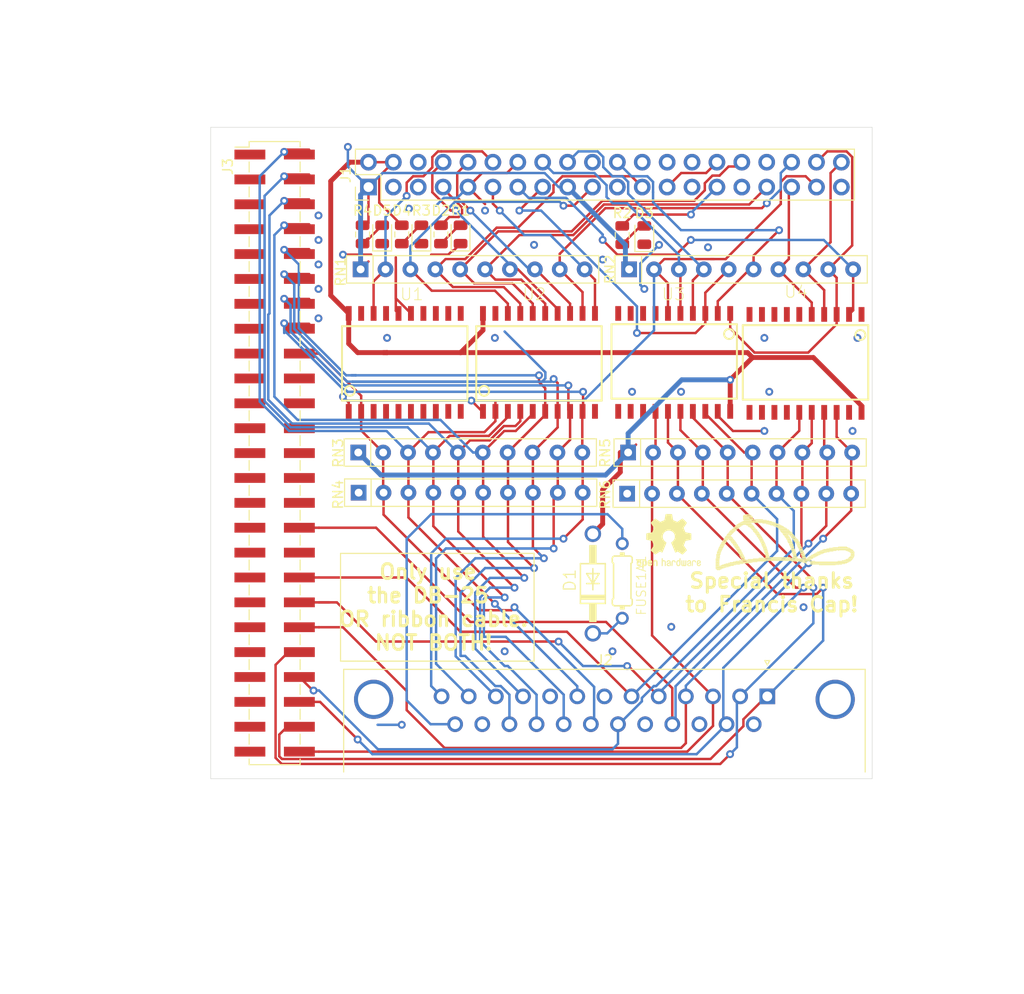
<source format=kicad_pcb>
(kicad_pcb (version 20171130) (host pcbnew "(5.1.6)-1")
  (layers (0 Top signal) (31 Bottom signal) (34 B.Paste user) (35 F.Paste user) (36 B.SilkS user) (37 F.SilkS user) (38 B.Mask user) (39 F.Mask user) (44 Edge.Cuts user))
  (net 0 "")
  (net 1 GND)
  (net 2 +3V3)
  (net 3 +5V)
  (net 4 C-REQ)
  (net 5 C-MSG)
  (net 6 C-BSY)
  (net 7 C-SEL)
  (net 8 C-RST)
  (net 9 C-ACK)
  (net 10 C-ATN)
  (net 11 C-DP)
  (net 12 C-D0)
  (net 13 C-D1)
  (net 14 C-D2)
  (net 15 C-D3)
  (net 16 C-D4)
  (net 17 C-D5)
  (net 18 C-D6)
  (net 19 C-D7)
  (net 20 "Net-(D1-PadC)")
  (net 21 C-I_O)
  (net 22 C-C_D)
  (net 23 "Net-(J1-Pad26)")
  (net 24 TERMPOW)
  (net 25 "Net-(J3-Pad34)")
  (net 26 "Net-(J3-Pad26)")
  (net 27 "Net-(J3-Pad25)")
  (net 28 ACT)
  (net 29 PI-D7)
  (net 30 PI-D6)
  (net 31 PI-D5)
  (net 32 PI-D4)
  (net 33 PI-D3)
  (net 34 PI-D2)
  (net 35 PI-D1)
  (net 36 PI-D0)
  (net 37 PI-DP)
  (net 38 PI-BSY)
  (net 39 PI-MSG)
  (net 40 PI-C_D)
  (net 41 PI-REQ)
  (net 42 PI-I_O)
  (net 43 PI-ATN)
  (net 44 PI-ACK)
  (net 45 PI-RST)
  (net 46 PI-SEL)
  (net 47 "Net-(J1-Pad31)")
  (net 48 "Net-(J1-Pad28)")
  (net 49 "Net-(J1-Pad27)")
  (net 50 "Net-(J1-Pad24)")
  (net 51 "Net-(J1-Pad21)")
  (net 52 "Net-(J1-Pad5)")
  (net 53 "Net-(J1-Pad3)")
  (net 54 "Net-(D2-Pad2)")
  (net 55 "Net-(D3-Pad2)")
  (net 56 "Net-(D4-Pad2)")
  (net 57 "Net-(D5-Pad2)")
  (net 58 DBG_LED)
  (module Symbol:OSHW-Logo2_7.3x6mm_SilkScreen (layer Top) (at 100.75 90.25)
    (fp_text reference REF** hide)
    (fp_text value OSHW-Logo2_7.3x6mm_SilkScreen hide)
  )
  (module Resistor_SMD:R_0805_2012Metric (layer Top) (at 69.5 58.9375 270)
    (fp_text reference R4 (at -2.4375 0 180) (layer F.SilkS))
    (fp_text value 10k)
    (pad 2 smd roundrect (at 0.9375 0 270) (size 0.975 1.4) (layers Top F.Paste F.Mask) (net 57 "Net-(D5-Pad2)"))
    (pad 1 smd roundrect (at -0.9375 0 270) (size 0.975 1.4) (layers Top F.Paste F.Mask) (net 2 +3V3))
  )
  (module Resistor_SMD:R_0805_2012Metric (layer Top) (at 73.5 58.9375 270)
    (fp_text reference R3 (at -2.4375 -2 180) (layer F.SilkS))
    (fp_text value 10k)
    (pad 2 smd roundrect (at 0.9375 0 270) (size 0.975 1.4) (layers Top F.Paste F.Mask) (net 56 "Net-(D4-Pad2)"))
    (pad 1 smd roundrect (at -0.9375 0 270) (size 0.975 1.4) (layers Top F.Paste F.Mask) (net 3 +5V))
  )
  (module Resistor_SMD:R_0805_2012Metric (layer Top) (at 96 59 270)
    (fp_text reference R2 (at -2.25 0 180) (layer F.SilkS))
    (fp_text value 10k)
    (pad 2 smd roundrect (at 0.9375 0 270) (size 0.975 1.4) (layers Top F.Paste F.Mask) (net 55 "Net-(D3-Pad2)"))
    (pad 1 smd roundrect (at -0.9375 0 270) (size 0.975 1.4) (layers Top F.Paste F.Mask) (net 58 DBG_LED))
  )
  (module Resistor_SMD:R_0805_2012Metric (layer Top) (at 77.5 58.9375 270)
    (fp_text reference R1 (at -2.4375 -2 180) (layer F.SilkS))
    (fp_text value 10k)
    (pad 2 smd roundrect (at 0.9375 0 270) (size 0.975 1.4) (layers Top F.Paste F.Mask) (net 54 "Net-(D2-Pad2)"))
    (pad 1 smd roundrect (at -0.9375 0 270) (size 0.975 1.4) (layers Top F.Paste F.Mask) (net 28 ACT))
  )
  (module LED_SMD:LED_0805_2012Metric (layer Top) (at 71.5 58.9375 90)
    (fp_text reference D5 (at 2.4375 0 180) (layer F.SilkS))
    (fp_text value LED_Small)
    (pad 2 smd roundrect (at 0.9375 0 90) (size 0.975 1.4) (layers Top F.Paste F.Mask) (net 57 "Net-(D5-Pad2)"))
    (pad 1 smd roundrect (at -0.9375 0 90) (size 0.975 1.4) (layers Top F.Paste F.Mask) (net 1 GND))
  )
  (module LED_SMD:LED_0805_2012Metric (layer Top) (at 75.5 58.9375 90)
    (fp_text reference D4 (at 2.4375 -2 180) (layer F.SilkS))
    (fp_text value LED_Small)
    (pad 2 smd roundrect (at 0.9375 0 90) (size 0.975 1.4) (layers Top F.Paste F.Mask) (net 56 "Net-(D4-Pad2)"))
    (pad 1 smd roundrect (at -0.9375 0 90) (size 0.975 1.4) (layers Top F.Paste F.Mask) (net 1 GND))
  )
  (module LED_SMD:LED_0805_2012Metric (layer Top) (at 98.25 59.0025 90)
    (fp_text reference D3 (at 2.2525 0 180) (layer F.SilkS))
    (fp_text value LED_Small)
    (pad 2 smd roundrect (at 0.9375 0 90) (size 0.975 1.4) (layers Top F.Paste F.Mask) (net 55 "Net-(D3-Pad2)"))
    (pad 1 smd roundrect (at -0.9375 0 90) (size 0.975 1.4) (layers Top F.Paste F.Mask) (net 1 GND))
  )
  (module LED_SMD:LED_0805_2012Metric (layer Top) (at 79.5 58.9375 90)
    (fp_text reference D2 (at 2.4375 -2 180) (layer F.SilkS))
    (fp_text value LED_Small)
    (pad 2 smd roundrect (at 0.9375 0 90) (size 0.975 1.4) (layers Top F.Paste F.Mask) (net 54 "Net-(D2-Pad2)"))
    (pad 1 smd roundrect (at -0.9375 0 90) (size 0.975 1.4) (layers Top F.Paste F.Mask) (net 1 GND))
  )
  (module Connector_Dsub:DSUB-25_Female_Horizontal_P2.77x2.84mm_EdgePinOffset4.94mm_Housed_MountingHolesOffset7.48mm (layer Top) (at 110.8 106.1)
    (fp_text reference J2 (at -16.62 -3.7) (layer F.SilkS))
    (fp_text value DB25_Female)
    (pad 0 thru_hole circle (at 6.93 0.3) (size 4 4) (drill 3.2) (layers *.Cu *.Mask))
    (pad 0 thru_hole circle (at -40.17 0.3) (size 4 4) (drill 3.2) (layers *.Cu *.Mask))
    (pad 25 thru_hole circle (at -31.855 2.84) (size 1.6 1.6) (drill 1) (layers *.Cu *.Mask) (net 24 TERMPOW))
    (pad 24 thru_hole circle (at -29.085 2.84) (size 1.6 1.6) (drill 1) (layers *.Cu *.Mask) (net 1 GND))
    (pad 23 thru_hole circle (at -26.315 2.84) (size 1.6 1.6) (drill 1) (layers *.Cu *.Mask) (net 16 C-D4))
    (pad 22 thru_hole circle (at -23.545 2.84) (size 1.6 1.6) (drill 1) (layers *.Cu *.Mask) (net 14 C-D2))
    (pad 21 thru_hole circle (at -20.775 2.84) (size 1.6 1.6) (drill 1) (layers *.Cu *.Mask) (net 13 C-D1))
    (pad 20 thru_hole circle (at -18.005 2.84) (size 1.6 1.6) (drill 1) (layers *.Cu *.Mask) (net 11 C-DP))
    (pad 19 thru_hole circle (at -15.235 2.84) (size 1.6 1.6) (drill 1) (layers *.Cu *.Mask) (net 7 C-SEL))
    (pad 18 thru_hole circle (at -12.465 2.84) (size 1.6 1.6) (drill 1) (layers *.Cu *.Mask) (net 1 GND))
    (pad 17 thru_hole circle (at -9.695 2.84) (size 1.6 1.6) (drill 1) (layers *.Cu *.Mask) (net 10 C-ATN))
    (pad 16 thru_hole circle (at -6.925 2.84) (size 1.6 1.6) (drill 1) (layers *.Cu *.Mask) (net 1 GND))
    (pad 15 thru_hole circle (at -4.155 2.84) (size 1.6 1.6) (drill 1) (layers *.Cu *.Mask) (net 22 C-C_D))
    (pad 14 thru_hole circle (at -1.385 2.84) (size 1.6 1.6) (drill 1) (layers *.Cu *.Mask) (net 1 GND))
    (pad 13 thru_hole circle (at -33.24 0) (size 1.6 1.6) (drill 1) (layers *.Cu *.Mask) (net 19 C-D7))
    (pad 12 thru_hole circle (at -30.47 0) (size 1.6 1.6) (drill 1) (layers *.Cu *.Mask) (net 18 C-D6))
    (pad 11 thru_hole circle (at -27.7 0) (size 1.6 1.6) (drill 1) (layers *.Cu *.Mask) (net 17 C-D5))
    (pad 10 thru_hole circle (at -24.93 0) (size 1.6 1.6) (drill 1) (layers *.Cu *.Mask) (net 15 C-D3))
    (pad 9 thru_hole circle (at -22.16 0) (size 1.6 1.6) (drill 1) (layers *.Cu *.Mask) (net 1 GND))
    (pad 8 thru_hole circle (at -19.39 0) (size 1.6 1.6) (drill 1) (layers *.Cu *.Mask) (net 12 C-D0))
    (pad 7 thru_hole circle (at -16.62 0) (size 1.6 1.6) (drill 1) (layers *.Cu *.Mask) (net 1 GND))
    (pad 6 thru_hole circle (at -13.85 0) (size 1.6 1.6) (drill 1) (layers *.Cu *.Mask) (net 6 C-BSY))
    (pad 5 thru_hole circle (at -11.08 0) (size 1.6 1.6) (drill 1) (layers *.Cu *.Mask) (net 9 C-ACK))
    (pad 4 thru_hole circle (at -8.31 0) (size 1.6 1.6) (drill 1) (layers *.Cu *.Mask) (net 8 C-RST))
    (pad 3 thru_hole circle (at -5.54 0) (size 1.6 1.6) (drill 1) (layers *.Cu *.Mask) (net 21 C-I_O))
    (pad 2 thru_hole circle (at -2.77 0) (size 1.6 1.6) (drill 1) (layers *.Cu *.Mask) (net 5 C-MSG))
    (pad 1 thru_hole rect (at 0 0) (size 1.6 1.6) (drill 1) (layers *.Cu *.Mask) (net 4 C-REQ))
  )
  (module rascsi_din:LOGO (layer Top) (at 105.5 93.25)
    (fp_text reference U$1 hide)
    (fp_text value LOGO hide)
  )
  (module rascsi_din:SOIC20S (layer Top) (at 114.7 72.1 180)
    (fp_text reference U4 (at -0.3 6.6 180) (layer F.SilkS) (effects (font (size 1.2065 1.2065) (thickness 0.09652)) (justify right bottom)))
    (fp_text value SN74LS641-1C hide)
    (pad 20 smd rect (at -5.715 -5 180) (size 0.6 1.5) (layers Top F.Paste F.Mask) (net 3 +5V))
    (pad 19 smd rect (at -4.445 -5 180) (size 0.6 1.5) (layers Top F.Paste F.Mask) (net 1 GND))
    (pad 18 smd rect (at -3.175 -5 180) (size 0.6 1.5) (layers Top F.Paste F.Mask) (net 10 C-ATN))
    (pad 17 smd rect (at -1.905 -5 180) (size 0.6 1.5) (layers Top F.Paste F.Mask) (net 9 C-ACK))
    (pad 16 smd rect (at -0.635 -5 180) (size 0.6 1.5) (layers Top F.Paste F.Mask) (net 8 C-RST))
    (pad 15 smd rect (at 0.635 -5 180) (size 0.6 1.5) (layers Top F.Paste F.Mask) (net 7 C-SEL))
    (pad 14 smd rect (at 1.905 -5 180) (size 0.6 1.5) (layers Top F.Paste F.Mask) (net 1 GND))
    (pad 13 smd rect (at 3.175 -5 180) (size 0.6 1.5) (layers Top F.Paste F.Mask) (net 1 GND))
    (pad 12 smd rect (at 4.445 -5 180) (size 0.6 1.5) (layers Top F.Paste F.Mask) (net 1 GND))
    (pad 11 smd rect (at 5.715 -5 180) (size 0.6 1.5) (layers Top F.Paste F.Mask) (net 1 GND))
    (pad 10 smd rect (at 5.715 5 180) (size 0.6 1.5) (layers Top F.Paste F.Mask) (net 1 GND))
    (pad 9 smd rect (at 4.445 5 180) (size 0.6 1.5) (layers Top F.Paste F.Mask) (net 1 GND))
    (pad 8 smd rect (at 3.175 5 180) (size 0.6 1.5) (layers Top F.Paste F.Mask) (net 1 GND))
    (pad 7 smd rect (at 1.905 5 180) (size 0.6 1.5) (layers Top F.Paste F.Mask) (net 1 GND))
    (pad 6 smd rect (at 0.635 5 180) (size 0.6 1.5) (layers Top F.Paste F.Mask) (net 1 GND))
    (pad 5 smd rect (at -0.635 5 180) (size 0.6 1.5) (layers Top F.Paste F.Mask) (net 46 PI-SEL))
    (pad 4 smd rect (at -1.905 5 180) (size 0.6 1.5) (layers Top F.Paste F.Mask) (net 45 PI-RST))
    (pad 3 smd rect (at -3.175 5 180) (size 0.6 1.5) (layers Top F.Paste F.Mask) (net 44 PI-ACK))
    (pad 2 smd rect (at -4.445 5 180) (size 0.6 1.5) (layers Top F.Paste F.Mask) (net 43 PI-ATN))
    (pad 1 smd rect (at -5.715 5 180) (size 0.6 1.5) (layers Top F.Paste F.Mask) (net 1 GND))
  )
  (module rascsi_din:SOIC20S (layer Top) (at 101.3 72 180)
    (fp_text reference U3 (at -1.2 6.25 180) (layer F.SilkS) (effects (font (size 1.2065 1.2065) (thickness 0.09652)) (justify right bottom)))
    (fp_text value SN74LS641-1C hide)
    (pad 20 smd rect (at -5.715 -5 180) (size 0.6 1.5) (layers Top F.Paste F.Mask) (net 3 +5V))
    (pad 19 smd rect (at -4.445 -5 180) (size 0.6 1.5) (layers Top F.Paste F.Mask) (net 1 GND))
    (pad 18 smd rect (at -3.175 -5 180) (size 0.6 1.5) (layers Top F.Paste F.Mask) (net 6 C-BSY))
    (pad 17 smd rect (at -1.905 -5 180) (size 0.6 1.5) (layers Top F.Paste F.Mask) (net 5 C-MSG))
    (pad 16 smd rect (at -0.635 -5 180) (size 0.6 1.5) (layers Top F.Paste F.Mask) (net 22 C-C_D))
    (pad 15 smd rect (at 0.635 -5 180) (size 0.6 1.5) (layers Top F.Paste F.Mask) (net 4 C-REQ))
    (pad 14 smd rect (at 1.905 -5 180) (size 0.6 1.5) (layers Top F.Paste F.Mask) (net 21 C-I_O))
    (pad 13 smd rect (at 3.175 -5 180) (size 0.6 1.5) (layers Top F.Paste F.Mask) (net 1 GND))
    (pad 12 smd rect (at 4.445 -5 180) (size 0.6 1.5) (layers Top F.Paste F.Mask) (net 1 GND))
    (pad 11 smd rect (at 5.715 -5 180) (size 0.6 1.5) (layers Top F.Paste F.Mask) (net 1 GND))
    (pad 10 smd rect (at 5.715 5 180) (size 0.6 1.5) (layers Top F.Paste F.Mask) (net 1 GND))
    (pad 9 smd rect (at 4.445 5 180) (size 0.6 1.5) (layers Top F.Paste F.Mask) (net 1 GND))
    (pad 8 smd rect (at 3.175 5 180) (size 0.6 1.5) (layers Top F.Paste F.Mask) (net 1 GND))
    (pad 7 smd rect (at 1.905 5 180) (size 0.6 1.5) (layers Top F.Paste F.Mask) (net 1 GND))
    (pad 6 smd rect (at 0.635 5 180) (size 0.6 1.5) (layers Top F.Paste F.Mask) (net 42 PI-I_O))
    (pad 5 smd rect (at -0.635 5 180) (size 0.6 1.5) (layers Top F.Paste F.Mask) (net 41 PI-REQ))
    (pad 4 smd rect (at -1.905 5 180) (size 0.6 1.5) (layers Top F.Paste F.Mask) (net 40 PI-C_D))
    (pad 3 smd rect (at -3.175 5 180) (size 0.6 1.5) (layers Top F.Paste F.Mask) (net 39 PI-MSG))
    (pad 2 smd rect (at -4.445 5 180) (size 0.6 1.5) (layers Top F.Paste F.Mask) (net 38 PI-BSY))
    (pad 1 smd rect (at -5.715 5 180) (size 0.6 1.5) (layers Top F.Paste F.Mask) (net 44 PI-ACK))
  )
  (module rascsi_din:SOIC20S (layer Top) (at 87.5 72)
    (fp_text reference U2 (at -1.75 -6.25 180) (layer F.SilkS) (effects (font (size 1.2065 1.2065) (thickness 0.09652)) (justify left bottom)))
    (fp_text value SN74LS641-1C hide)
    (pad 20 smd rect (at -5.715 -5) (size 0.6 1.5) (layers Top F.Paste F.Mask) (net 3 +5V))
    (pad 19 smd rect (at -4.445 -5) (size 0.6 1.5) (layers Top F.Paste F.Mask) (net 1 GND))
    (pad 18 smd rect (at -3.175 -5) (size 0.6 1.5) (layers Top F.Paste F.Mask) (net 36 PI-D0))
    (pad 17 smd rect (at -1.905 -5) (size 0.6 1.5) (layers Top F.Paste F.Mask) (net 35 PI-D1))
    (pad 16 smd rect (at -0.635 -5) (size 0.6 1.5) (layers Top F.Paste F.Mask) (net 34 PI-D2))
    (pad 15 smd rect (at 0.635 -5) (size 0.6 1.5) (layers Top F.Paste F.Mask) (net 33 PI-D3))
    (pad 14 smd rect (at 1.905 -5) (size 0.6 1.5) (layers Top F.Paste F.Mask) (net 32 PI-D4))
    (pad 13 smd rect (at 3.175 -5) (size 0.6 1.5) (layers Top F.Paste F.Mask) (net 31 PI-D5))
    (pad 12 smd rect (at 4.445 -5) (size 0.6 1.5) (layers Top F.Paste F.Mask) (net 30 PI-D6))
    (pad 11 smd rect (at 5.715 -5) (size 0.6 1.5) (layers Top F.Paste F.Mask) (net 29 PI-D7))
    (pad 10 smd rect (at 5.715 5) (size 0.6 1.5) (layers Top F.Paste F.Mask) (net 1 GND))
    (pad 9 smd rect (at 4.445 5) (size 0.6 1.5) (layers Top F.Paste F.Mask) (net 19 C-D7))
    (pad 8 smd rect (at 3.175 5) (size 0.6 1.5) (layers Top F.Paste F.Mask) (net 18 C-D6))
    (pad 7 smd rect (at 1.905 5) (size 0.6 1.5) (layers Top F.Paste F.Mask) (net 17 C-D5))
    (pad 6 smd rect (at 0.635 5) (size 0.6 1.5) (layers Top F.Paste F.Mask) (net 16 C-D4))
    (pad 5 smd rect (at -0.635 5) (size 0.6 1.5) (layers Top F.Paste F.Mask) (net 15 C-D3))
    (pad 4 smd rect (at -1.905 5) (size 0.6 1.5) (layers Top F.Paste F.Mask) (net 14 C-D2))
    (pad 3 smd rect (at -3.175 5) (size 0.6 1.5) (layers Top F.Paste F.Mask) (net 13 C-D1))
    (pad 2 smd rect (at -4.445 5) (size 0.6 1.5) (layers Top F.Paste F.Mask) (net 12 C-D0))
    (pad 1 smd rect (at -5.715 5) (size 0.6 1.5) (layers Top F.Paste F.Mask) (net 42 PI-I_O))
  )
  (module rascsi_din:SOIC20S (layer Top) (at 73.8 72)
    (fp_text reference U1 (at -0.55 -6.25) (layer F.SilkS) (effects (font (size 1.2065 1.2065) (thickness 0.09652)) (justify left bottom)))
    (fp_text value SN74LS641-1C hide)
    (pad 20 smd rect (at -5.715 -5) (size 0.6 1.5) (layers Top F.Paste F.Mask) (net 3 +5V))
    (pad 19 smd rect (at -4.445 -5) (size 0.6 1.5) (layers Top F.Paste F.Mask) (net 1 GND))
    (pad 18 smd rect (at -3.175 -5) (size 0.6 1.5) (layers Top F.Paste F.Mask) (net 37 PI-DP))
    (pad 17 smd rect (at -1.905 -5) (size 0.6 1.5) (layers Top F.Paste F.Mask) (net 1 GND))
    (pad 16 smd rect (at -0.635 -5) (size 0.6 1.5) (layers Top F.Paste F.Mask) (net 1 GND))
    (pad 15 smd rect (at 0.635 -5) (size 0.6 1.5) (layers Top F.Paste F.Mask) (net 1 GND))
    (pad 14 smd rect (at 1.905 -5) (size 0.6 1.5) (layers Top F.Paste F.Mask) (net 1 GND))
    (pad 13 smd rect (at 3.175 -5) (size 0.6 1.5) (layers Top F.Paste F.Mask) (net 1 GND))
    (pad 12 smd rect (at 4.445 -5) (size 0.6 1.5) (layers Top F.Paste F.Mask) (net 1 GND))
    (pad 11 smd rect (at 5.715 -5) (size 0.6 1.5) (layers Top F.Paste F.Mask) (net 1 GND))
    (pad 10 smd rect (at 5.715 5) (size 0.6 1.5) (layers Top F.Paste F.Mask) (net 1 GND))
    (pad 9 smd rect (at 4.445 5) (size 0.6 1.5) (layers Top F.Paste F.Mask) (net 1 GND))
    (pad 8 smd rect (at 3.175 5) (size 0.6 1.5) (layers Top F.Paste F.Mask) (net 1 GND))
    (pad 7 smd rect (at 1.905 5) (size 0.6 1.5) (layers Top F.Paste F.Mask) (net 1 GND))
    (pad 6 smd rect (at 0.635 5) (size 0.6 1.5) (layers Top F.Paste F.Mask) (net 1 GND))
    (pad 5 smd rect (at -0.635 5) (size 0.6 1.5) (layers Top F.Paste F.Mask) (net 1 GND))
    (pad 4 smd rect (at -1.905 5) (size 0.6 1.5) (layers Top F.Paste F.Mask) (net 1 GND))
    (pad 3 smd rect (at -3.175 5) (size 0.6 1.5) (layers Top F.Paste F.Mask) (net 1 GND))
    (pad 2 smd rect (at -4.445 5) (size 0.6 1.5) (layers Top F.Paste F.Mask) (net 11 C-DP))
    (pad 1 smd rect (at -5.715 5) (size 0.6 1.5) (layers Top F.Paste F.Mask) (net 42 PI-I_O))
  )
  (module Resistor_THT:R_Array_SIP10 (layer Top) (at 96.5 85.4)
    (fp_text reference RN6 (at -2.25 0.1 90) (layer F.SilkS))
    (fp_text value 330)
    (pad 10 thru_hole oval (at 22.86 0) (size 1.6 1.6) (drill 0.8) (layers *.Cu *.Mask) (net 10 C-ATN))
    (pad 9 thru_hole oval (at 20.32 0) (size 1.6 1.6) (drill 0.8) (layers *.Cu *.Mask) (net 9 C-ACK))
    (pad 8 thru_hole oval (at 17.78 0) (size 1.6 1.6) (drill 0.8) (layers *.Cu *.Mask) (net 8 C-RST))
    (pad 7 thru_hole oval (at 15.24 0) (size 1.6 1.6) (drill 0.8) (layers *.Cu *.Mask) (net 7 C-SEL))
    (pad 6 thru_hole oval (at 12.7 0) (size 1.6 1.6) (drill 0.8) (layers *.Cu *.Mask) (net 6 C-BSY))
    (pad 5 thru_hole oval (at 10.16 0) (size 1.6 1.6) (drill 0.8) (layers *.Cu *.Mask) (net 5 C-MSG))
    (pad 4 thru_hole oval (at 7.62 0) (size 1.6 1.6) (drill 0.8) (layers *.Cu *.Mask) (net 22 C-C_D))
    (pad 3 thru_hole oval (at 5.08 0) (size 1.6 1.6) (drill 0.8) (layers *.Cu *.Mask) (net 4 C-REQ))
    (pad 2 thru_hole oval (at 2.54 0) (size 1.6 1.6) (drill 0.8) (layers *.Cu *.Mask) (net 21 C-I_O))
    (pad 1 thru_hole rect (at 0 0) (size 1.6 1.6) (drill 0.8) (layers *.Cu *.Mask) (net 1 GND))
  )
  (module Resistor_THT:R_Array_SIP10 (layer Top) (at 96.6 81.2)
    (fp_text reference RN5 (at -2.35 0.05 90) (layer F.SilkS))
    (fp_text value 220)
    (pad 10 thru_hole oval (at 22.86 0) (size 1.6 1.6) (drill 0.8) (layers *.Cu *.Mask) (net 10 C-ATN))
    (pad 9 thru_hole oval (at 20.32 0) (size 1.6 1.6) (drill 0.8) (layers *.Cu *.Mask) (net 9 C-ACK))
    (pad 8 thru_hole oval (at 17.78 0) (size 1.6 1.6) (drill 0.8) (layers *.Cu *.Mask) (net 8 C-RST))
    (pad 7 thru_hole oval (at 15.24 0) (size 1.6 1.6) (drill 0.8) (layers *.Cu *.Mask) (net 7 C-SEL))
    (pad 6 thru_hole oval (at 12.7 0) (size 1.6 1.6) (drill 0.8) (layers *.Cu *.Mask) (net 6 C-BSY))
    (pad 5 thru_hole oval (at 10.16 0) (size 1.6 1.6) (drill 0.8) (layers *.Cu *.Mask) (net 5 C-MSG))
    (pad 4 thru_hole oval (at 7.62 0) (size 1.6 1.6) (drill 0.8) (layers *.Cu *.Mask) (net 22 C-C_D))
    (pad 3 thru_hole oval (at 5.08 0) (size 1.6 1.6) (drill 0.8) (layers *.Cu *.Mask) (net 4 C-REQ))
    (pad 2 thru_hole oval (at 2.54 0) (size 1.6 1.6) (drill 0.8) (layers *.Cu *.Mask) (net 21 C-I_O))
    (pad 1 thru_hole rect (at 0 0) (size 1.6 1.6) (drill 0.8) (layers *.Cu *.Mask) (net 3 +5V))
  )
  (module Resistor_THT:R_Array_SIP10 (layer Top) (at 69.1 85.3)
    (fp_text reference RN4 (at -2.1 0.2 90) (layer F.SilkS))
    (fp_text value 330)
    (pad 10 thru_hole oval (at 22.86 0) (size 1.6 1.6) (drill 0.8) (layers *.Cu *.Mask) (net 19 C-D7))
    (pad 9 thru_hole oval (at 20.32 0) (size 1.6 1.6) (drill 0.8) (layers *.Cu *.Mask) (net 18 C-D6))
    (pad 8 thru_hole oval (at 17.78 0) (size 1.6 1.6) (drill 0.8) (layers *.Cu *.Mask) (net 17 C-D5))
    (pad 7 thru_hole oval (at 15.24 0) (size 1.6 1.6) (drill 0.8) (layers *.Cu *.Mask) (net 16 C-D4))
    (pad 6 thru_hole oval (at 12.7 0) (size 1.6 1.6) (drill 0.8) (layers *.Cu *.Mask) (net 15 C-D3))
    (pad 5 thru_hole oval (at 10.16 0) (size 1.6 1.6) (drill 0.8) (layers *.Cu *.Mask) (net 14 C-D2))
    (pad 4 thru_hole oval (at 7.62 0) (size 1.6 1.6) (drill 0.8) (layers *.Cu *.Mask) (net 13 C-D1))
    (pad 3 thru_hole oval (at 5.08 0) (size 1.6 1.6) (drill 0.8) (layers *.Cu *.Mask) (net 12 C-D0))
    (pad 2 thru_hole oval (at 2.54 0) (size 1.6 1.6) (drill 0.8) (layers *.Cu *.Mask) (net 11 C-DP))
    (pad 1 thru_hole rect (at 0 0) (size 1.6 1.6) (drill 0.8) (layers *.Cu *.Mask) (net 1 GND))
  )
  (module Resistor_THT:R_Array_SIP10 (layer Top) (at 69.06 81.2)
    (fp_text reference RN3 (at -2.06 0.05 90) (layer F.SilkS))
    (fp_text value 220)
    (pad 10 thru_hole oval (at 22.86 0) (size 1.6 1.6) (drill 0.8) (layers *.Cu *.Mask) (net 19 C-D7))
    (pad 9 thru_hole oval (at 20.32 0) (size 1.6 1.6) (drill 0.8) (layers *.Cu *.Mask) (net 18 C-D6))
    (pad 8 thru_hole oval (at 17.78 0) (size 1.6 1.6) (drill 0.8) (layers *.Cu *.Mask) (net 17 C-D5))
    (pad 7 thru_hole oval (at 15.24 0) (size 1.6 1.6) (drill 0.8) (layers *.Cu *.Mask) (net 16 C-D4))
    (pad 6 thru_hole oval (at 12.7 0) (size 1.6 1.6) (drill 0.8) (layers *.Cu *.Mask) (net 15 C-D3))
    (pad 5 thru_hole oval (at 10.16 0) (size 1.6 1.6) (drill 0.8) (layers *.Cu *.Mask) (net 14 C-D2))
    (pad 4 thru_hole oval (at 7.62 0) (size 1.6 1.6) (drill 0.8) (layers *.Cu *.Mask) (net 13 C-D1))
    (pad 3 thru_hole oval (at 5.08 0) (size 1.6 1.6) (drill 0.8) (layers *.Cu *.Mask) (net 12 C-D0))
    (pad 2 thru_hole oval (at 2.54 0) (size 1.6 1.6) (drill 0.8) (layers *.Cu *.Mask) (net 11 C-DP))
    (pad 1 thru_hole rect (at 0 0) (size 1.6 1.6) (drill 0.8) (layers *.Cu *.Mask) (net 3 +5V))
  )
  (module Resistor_THT:R_Array_SIP10 (layer Top) (at 96.7 62.5)
    (fp_text reference RN2 (at -1.95 0 90) (layer F.SilkS))
    (fp_text value 10k)
    (pad 10 thru_hole oval (at 22.86 0) (size 1.6 1.6) (drill 0.8) (layers *.Cu *.Mask) (net 43 PI-ATN))
    (pad 9 thru_hole oval (at 20.32 0) (size 1.6 1.6) (drill 0.8) (layers *.Cu *.Mask) (net 44 PI-ACK))
    (pad 8 thru_hole oval (at 17.78 0) (size 1.6 1.6) (drill 0.8) (layers *.Cu *.Mask) (net 45 PI-RST))
    (pad 7 thru_hole oval (at 15.24 0) (size 1.6 1.6) (drill 0.8) (layers *.Cu *.Mask) (net 46 PI-SEL))
    (pad 6 thru_hole oval (at 12.7 0) (size 1.6 1.6) (drill 0.8) (layers *.Cu *.Mask) (net 38 PI-BSY))
    (pad 5 thru_hole oval (at 10.16 0) (size 1.6 1.6) (drill 0.8) (layers *.Cu *.Mask) (net 39 PI-MSG))
    (pad 4 thru_hole oval (at 7.62 0) (size 1.6 1.6) (drill 0.8) (layers *.Cu *.Mask) (net 40 PI-C_D))
    (pad 3 thru_hole oval (at 5.08 0) (size 1.6 1.6) (drill 0.8) (layers *.Cu *.Mask) (net 41 PI-REQ))
    (pad 2 thru_hole oval (at 2.54 0) (size 1.6 1.6) (drill 0.8) (layers *.Cu *.Mask) (net 42 PI-I_O))
    (pad 1 thru_hole rect (at 0 0) (size 1.6 1.6) (drill 0.8) (layers *.Cu *.Mask) (net 2 +3V3))
  )
  (module Resistor_THT:R_Array_SIP10 (layer Top) (at 69.3 62.5)
    (fp_text reference RN1 (at -2.05 0.25 90) (layer F.SilkS))
    (fp_text value 10k)
    (pad 10 thru_hole oval (at 22.86 0) (size 1.6 1.6) (drill 0.8) (layers *.Cu *.Mask) (net 29 PI-D7))
    (pad 9 thru_hole oval (at 20.32 0) (size 1.6 1.6) (drill 0.8) (layers *.Cu *.Mask) (net 30 PI-D6))
    (pad 8 thru_hole oval (at 17.78 0) (size 1.6 1.6) (drill 0.8) (layers *.Cu *.Mask) (net 31 PI-D5))
    (pad 7 thru_hole oval (at 15.24 0) (size 1.6 1.6) (drill 0.8) (layers *.Cu *.Mask) (net 32 PI-D4))
    (pad 6 thru_hole oval (at 12.7 0) (size 1.6 1.6) (drill 0.8) (layers *.Cu *.Mask) (net 33 PI-D3))
    (pad 5 thru_hole oval (at 10.16 0) (size 1.6 1.6) (drill 0.8) (layers *.Cu *.Mask) (net 34 PI-D2))
    (pad 4 thru_hole oval (at 7.62 0) (size 1.6 1.6) (drill 0.8) (layers *.Cu *.Mask) (net 35 PI-D1))
    (pad 3 thru_hole oval (at 5.08 0) (size 1.6 1.6) (drill 0.8) (layers *.Cu *.Mask) (net 36 PI-D0))
    (pad 2 thru_hole oval (at 2.54 0) (size 1.6 1.6) (drill 0.8) (layers *.Cu *.Mask) (net 37 PI-DP))
    (pad 1 thru_hole rect (at 0 0) (size 1.6 1.6) (drill 0.8) (layers *.Cu *.Mask) (net 2 +3V3))
  )
  (module Connector_PinHeader_2.54mm:PinHeader_2x25_P2.54mm_Vertical_SMD (layer Top) (at 60.525 81.26)
    (fp_text reference J3 (at -4.775 -29.26 270) (layer F.SilkS))
    (fp_text value Conn_02x25_Odd_Even)
    (pad 50 smd rect (at 2.525 30.48) (size 3.15 1) (layers Top F.Paste F.Mask) (net 21 C-I_O))
    (pad 49 smd rect (at -2.525 30.48) (size 3.15 1) (layers Top F.Paste F.Mask) (net 1 GND))
    (pad 48 smd rect (at 2.525 27.94) (size 3.15 1) (layers Top F.Paste F.Mask) (net 4 C-REQ))
    (pad 47 smd rect (at -2.525 27.94) (size 3.15 1) (layers Top F.Paste F.Mask) (net 1 GND))
    (pad 46 smd rect (at 2.525 25.4) (size 3.15 1) (layers Top F.Paste F.Mask) (net 22 C-C_D))
    (pad 45 smd rect (at -2.525 25.4) (size 3.15 1) (layers Top F.Paste F.Mask) (net 1 GND))
    (pad 44 smd rect (at 2.525 22.86) (size 3.15 1) (layers Top F.Paste F.Mask) (net 7 C-SEL))
    (pad 43 smd rect (at -2.525 22.86) (size 3.15 1) (layers Top F.Paste F.Mask) (net 1 GND))
    (pad 42 smd rect (at 2.525 20.32) (size 3.15 1) (layers Top F.Paste F.Mask) (net 5 C-MSG))
    (pad 41 smd rect (at -2.525 20.32) (size 3.15 1) (layers Top F.Paste F.Mask) (net 1 GND))
    (pad 40 smd rect (at 2.525 17.78) (size 3.15 1) (layers Top F.Paste F.Mask) (net 8 C-RST))
    (pad 39 smd rect (at -2.525 17.78) (size 3.15 1) (layers Top F.Paste F.Mask) (net 1 GND))
    (pad 38 smd rect (at 2.525 15.24) (size 3.15 1) (layers Top F.Paste F.Mask) (net 9 C-ACK))
    (pad 37 smd rect (at -2.525 15.24) (size 3.15 1) (layers Top F.Paste F.Mask) (net 1 GND))
    (pad 36 smd rect (at 2.525 12.7) (size 3.15 1) (layers Top F.Paste F.Mask) (net 6 C-BSY))
    (pad 35 smd rect (at -2.525 12.7) (size 3.15 1) (layers Top F.Paste F.Mask) (net 1 GND))
    (pad 34 smd rect (at 2.525 10.16) (size 3.15 1) (layers Top F.Paste F.Mask) (net 25 "Net-(J3-Pad34)"))
    (pad 33 smd rect (at -2.525 10.16) (size 3.15 1) (layers Top F.Paste F.Mask) (net 1 GND))
    (pad 32 smd rect (at 2.525 7.62) (size 3.15 1) (layers Top F.Paste F.Mask) (net 10 C-ATN))
    (pad 31 smd rect (at -2.525 7.62) (size 3.15 1) (layers Top F.Paste F.Mask) (net 1 GND))
    (pad 30 smd rect (at 2.525 5.08) (size 3.15 1) (layers Top F.Paste F.Mask) (net 1 GND))
    (pad 29 smd rect (at -2.525 5.08) (size 3.15 1) (layers Top F.Paste F.Mask) (net 1 GND))
    (pad 28 smd rect (at 2.525 2.54) (size 3.15 1) (layers Top F.Paste F.Mask) (net 1 GND))
    (pad 27 smd rect (at -2.525 2.54) (size 3.15 1) (layers Top F.Paste F.Mask) (net 1 GND))
    (pad 26 smd rect (at 2.525 0) (size 3.15 1) (layers Top F.Paste F.Mask) (net 26 "Net-(J3-Pad26)"))
    (pad 25 smd rect (at -2.525 0) (size 3.15 1) (layers Top F.Paste F.Mask) (net 27 "Net-(J3-Pad25)"))
    (pad 24 smd rect (at 2.525 -2.54) (size 3.15 1) (layers Top F.Paste F.Mask) (net 1 GND))
    (pad 23 smd rect (at -2.525 -2.54) (size 3.15 1) (layers Top F.Paste F.Mask) (net 1 GND))
    (pad 22 smd rect (at 2.525 -5.08) (size 3.15 1) (layers Top F.Paste F.Mask) (net 1 GND))
    (pad 21 smd rect (at -2.525 -5.08) (size 3.15 1) (layers Top F.Paste F.Mask) (net 1 GND))
    (pad 20 smd rect (at 2.525 -7.62) (size 3.15 1) (layers Top F.Paste F.Mask) (net 1 GND))
    (pad 19 smd rect (at -2.525 -7.62) (size 3.15 1) (layers Top F.Paste F.Mask) (net 1 GND))
    (pad 18 smd rect (at 2.525 -10.16) (size 3.15 1) (layers Top F.Paste F.Mask) (net 11 C-DP))
    (pad 17 smd rect (at -2.525 -10.16) (size 3.15 1) (layers Top F.Paste F.Mask) (net 1 GND))
    (pad 16 smd rect (at 2.525 -12.7) (size 3.15 1) (layers Top F.Paste F.Mask) (net 19 C-D7))
    (pad 15 smd rect (at -2.525 -12.7) (size 3.15 1) (layers Top F.Paste F.Mask) (net 1 GND))
    (pad 14 smd rect (at 2.525 -15.24) (size 3.15 1) (layers Top F.Paste F.Mask) (net 18 C-D6))
    (pad 13 smd rect (at -2.525 -15.24) (size 3.15 1) (layers Top F.Paste F.Mask) (net 1 GND))
    (pad 12 smd rect (at 2.525 -17.78) (size 3.15 1) (layers Top F.Paste F.Mask) (net 17 C-D5))
    (pad 11 smd rect (at -2.525 -17.78) (size 3.15 1) (layers Top F.Paste F.Mask) (net 1 GND))
    (pad 10 smd rect (at 2.525 -20.32) (size 3.15 1) (layers Top F.Paste F.Mask) (net 16 C-D4))
    (pad 9 smd rect (at -2.525 -20.32) (size 3.15 1) (layers Top F.Paste F.Mask) (net 1 GND))
    (pad 8 smd rect (at 2.525 -22.86) (size 3.15 1) (layers Top F.Paste F.Mask) (net 15 C-D3))
    (pad 7 smd rect (at -2.525 -22.86) (size 3.15 1) (layers Top F.Paste F.Mask) (net 1 GND))
    (pad 6 smd rect (at 2.525 -25.4) (size 3.15 1) (layers Top F.Paste F.Mask) (net 14 C-D2))
    (pad 5 smd rect (at -2.525 -25.4) (size 3.15 1) (layers Top F.Paste F.Mask) (net 1 GND))
    (pad 4 smd rect (at 2.525 -27.94) (size 3.15 1) (layers Top F.Paste F.Mask) (net 13 C-D1))
    (pad 3 smd rect (at -2.525 -27.94) (size 3.15 1) (layers Top F.Paste F.Mask) (net 1 GND))
    (pad 2 smd rect (at 2.525 -30.48) (size 3.15 1) (layers Top F.Paste F.Mask) (net 12 C-D0))
    (pad 1 smd rect (at -2.525 -30.48) (size 3.15 1) (layers Top F.Paste F.Mask) (net 1 GND))
  )
  (module Connector_PinHeader_2.54mm:PinHeader_2x20_P2.54mm_Vertical (layer Top) (at 70.1 54.1 90)
    (fp_text reference J1 (at 1.27 -2.33 90) (layer F.SilkS))
    (fp_text value Raspberry_Pi_2_3)
    (pad 40 thru_hole oval (at 2.54 48.26 90) (size 1.7 1.7) (drill 1) (layers *.Cu *.Mask) (net 45 PI-RST))
    (pad 39 thru_hole oval (at 0 48.26 90) (size 1.7 1.7) (drill 1) (layers *.Cu *.Mask) (net 1 GND))
    (pad 38 thru_hole oval (at 2.54 45.72 90) (size 1.7 1.7) (drill 1) (layers *.Cu *.Mask) (net 44 PI-ACK))
    (pad 37 thru_hole oval (at 0 45.72 90) (size 1.7 1.7) (drill 1) (layers *.Cu *.Mask) (net 42 PI-I_O))
    (pad 36 thru_hole oval (at 2.54 43.18 90) (size 1.7 1.7) (drill 1) (layers *.Cu *.Mask) (net 30 PI-D6))
    (pad 35 thru_hole oval (at 0 43.18 90) (size 1.7 1.7) (drill 1) (layers *.Cu *.Mask) (net 46 PI-SEL))
    (pad 34 thru_hole oval (at 2.54 40.64 90) (size 1.7 1.7) (drill 1) (layers *.Cu *.Mask) (net 1 GND))
    (pad 33 thru_hole oval (at 0 40.64 90) (size 1.7 1.7) (drill 1) (layers *.Cu *.Mask) (net 33 PI-D3))
    (pad 32 thru_hole oval (at 2.54 38.1 90) (size 1.7 1.7) (drill 1) (layers *.Cu *.Mask) (net 34 PI-D2))
    (pad 31 thru_hole oval (at 0 38.1 90) (size 1.7 1.7) (drill 1) (layers *.Cu *.Mask) (net 47 "Net-(J1-Pad31)"))
    (pad 30 thru_hole oval (at 2.54 35.56 90) (size 1.7 1.7) (drill 1) (layers *.Cu *.Mask) (net 1 GND))
    (pad 29 thru_hole oval (at 0 35.56 90) (size 1.7 1.7) (drill 1) (layers *.Cu *.Mask) (net 58 DBG_LED))
    (pad 28 thru_hole oval (at 2.54 33.02 90) (size 1.7 1.7) (drill 1) (layers *.Cu *.Mask) (net 48 "Net-(J1-Pad28)"))
    (pad 27 thru_hole oval (at 0 33.02 90) (size 1.7 1.7) (drill 1) (layers *.Cu *.Mask) (net 49 "Net-(J1-Pad27)"))
    (pad 26 thru_hole oval (at 2.54 30.48 90) (size 1.7 1.7) (drill 1) (layers *.Cu *.Mask) (net 23 "Net-(J1-Pad26)"))
    (pad 25 thru_hole oval (at 0 30.48 90) (size 1.7 1.7) (drill 1) (layers *.Cu *.Mask) (net 1 GND))
    (pad 24 thru_hole oval (at 2.54 27.94 90) (size 1.7 1.7) (drill 1) (layers *.Cu *.Mask) (net 50 "Net-(J1-Pad24)"))
    (pad 23 thru_hole oval (at 0 27.94 90) (size 1.7 1.7) (drill 1) (layers *.Cu *.Mask) (net 35 PI-D1))
    (pad 22 thru_hole oval (at 2.54 25.4 90) (size 1.7 1.7) (drill 1) (layers *.Cu *.Mask) (net 38 PI-BSY))
    (pad 21 thru_hole oval (at 0 25.4 90) (size 1.7 1.7) (drill 1) (layers *.Cu *.Mask) (net 51 "Net-(J1-Pad21)"))
    (pad 20 thru_hole oval (at 2.54 22.86 90) (size 1.7 1.7) (drill 1) (layers *.Cu *.Mask) (net 1 GND))
    (pad 19 thru_hole oval (at 0 22.86 90) (size 1.7 1.7) (drill 1) (layers *.Cu *.Mask) (net 36 PI-D0))
    (pad 18 thru_hole oval (at 2.54 20.32 90) (size 1.7 1.7) (drill 1) (layers *.Cu *.Mask) (net 40 PI-C_D))
    (pad 17 thru_hole oval (at 0 20.32 90) (size 1.7 1.7) (drill 1) (layers *.Cu *.Mask) (net 2 +3V3))
    (pad 16 thru_hole oval (at 2.54 17.78 90) (size 1.7 1.7) (drill 1) (layers *.Cu *.Mask) (net 41 PI-REQ))
    (pad 15 thru_hole oval (at 0 17.78 90) (size 1.7 1.7) (drill 1) (layers *.Cu *.Mask) (net 39 PI-MSG))
    (pad 14 thru_hole oval (at 2.54 15.24 90) (size 1.7 1.7) (drill 1) (layers *.Cu *.Mask) (net 1 GND))
    (pad 13 thru_hole oval (at 0 15.24 90) (size 1.7 1.7) (drill 1) (layers *.Cu *.Mask) (net 43 PI-ATN))
    (pad 12 thru_hole oval (at 2.54 12.7 90) (size 1.7 1.7) (drill 1) (layers *.Cu *.Mask) (net 37 PI-DP))
    (pad 11 thru_hole oval (at 0 12.7 90) (size 1.7 1.7) (drill 1) (layers *.Cu *.Mask) (net 29 PI-D7))
    (pad 10 thru_hole oval (at 2.54 10.16 90) (size 1.7 1.7) (drill 1) (layers *.Cu *.Mask) (net 31 PI-D5))
    (pad 9 thru_hole oval (at 0 10.16 90) (size 1.7 1.7) (drill 1) (layers *.Cu *.Mask) (net 1 GND))
    (pad 8 thru_hole oval (at 2.54 7.62 90) (size 1.7 1.7) (drill 1) (layers *.Cu *.Mask) (net 32 PI-D4))
    (pad 7 thru_hole oval (at 0 7.62 90) (size 1.7 1.7) (drill 1) (layers *.Cu *.Mask) (net 28 ACT))
    (pad 6 thru_hole oval (at 2.54 5.08 90) (size 1.7 1.7) (drill 1) (layers *.Cu *.Mask) (net 1 GND))
    (pad 5 thru_hole oval (at 0 5.08 90) (size 1.7 1.7) (drill 1) (layers *.Cu *.Mask) (net 52 "Net-(J1-Pad5)"))
    (pad 4 thru_hole oval (at 2.54 2.54 90) (size 1.7 1.7) (drill 1) (layers *.Cu *.Mask) (net 3 +5V))
    (pad 3 thru_hole oval (at 0 2.54 90) (size 1.7 1.7) (drill 1) (layers *.Cu *.Mask) (net 53 "Net-(J1-Pad3)"))
    (pad 2 thru_hole oval (at 2.54 0 90) (size 1.7 1.7) (drill 1) (layers *.Cu *.Mask) (net 3 +5V))
    (pad 1 thru_hole rect (at 0 0 90) (size 1.7 1.7) (drill 1) (layers *.Cu *.Mask) (net 2 +3V3))
  )
  (module rascsi_din:0204_7 (layer Top) (at 96 94.31 270)
    (fp_text reference FUSE1A1 (at -2.667 -2.5 90) (layer F.SilkS) (effects (font (size 0.94107 0.94107) (thickness 0.094107)) (justify right bottom)))
    (fp_text value R-US_0204_7)
    (pad 2 thru_hole circle (at 3.81 0 270) (size 1.3208 1.3208) (drill 0.8128) (layers *.Cu *.Mask) (net 20 "Net-(D1-PadC)"))
    (pad 1 thru_hole circle (at -3.81 0 270) (size 1.3208 1.3208) (drill 0.8128) (layers *.Cu *.Mask) (net 24 TERMPOW))
  )
  (module rascsi_din:DO41-10 (layer Top) (at 93 94.58 90)
    (fp_text reference D1 (at -0.92 -1.651 90) (layer F.SilkS) (effects (font (size 1.2065 1.2065) (thickness 0.12065)) (justify left bottom)))
    (fp_text value 1N4004 hide)
    (pad C thru_hole circle (at -5.08 0 90) (size 1.6764 1.6764) (drill 1.1176) (layers *.Cu *.Mask) (net 20 "Net-(D1-PadC)"))
    (pad A thru_hole circle (at 5.08 0 90) (size 1.6764 1.6764) (drill 1.1176) (layers *.Cu *.Mask) (net 3 +5V))
  )
  (gr_line (start 67.25 102.5) (end 67.25 91.5) (layer F.SilkS) (width 0.12))
  (gr_line (start 68.75 102.5) (end 67.25 102.5) (layer F.SilkS) (width 0.12))
  (gr_line (start 87 102.5) (end 68.75 102.5) (layer F.SilkS) (width 0.12))
  (gr_line (start 87 91.5) (end 87 102.5) (layer F.SilkS) (width 0.12))
  (gr_line (start 67.25 91.5) (end 87 91.5) (layer F.SilkS) (width 0.12))
  (gr_text "Only use \nthe DB-25 \nOR ribbon cable.\nNOT BOTH!" (at 76.75 97) (layer F.SilkS) (effects (font (size 1.5 1.5) (thickness 0.3))))
  (gr_text "Special thanks\nto Francis Cap!" (at 111.25 95.5) (layer F.SilkS) (effects (font (size 1.5 1.5) (thickness 0.3))))
  (gr_line (start 54 114.5) (end 54 48) (layer Edge.Cuts) (width 0.05))
  (gr_line (start 121.5 114.5) (end 54 114.5) (layer Edge.Cuts) (width 0.05))
  (gr_line (start 121.5 48) (end 121.5 114.5) (layer Edge.Cuts) (width 0.05))
  (gr_line (start 54 48) (end 121.5 48) (layer Edge.Cuts) (width 0.05))
  (segment (start 81.697999 52.662001) (end 80.26 54.1) (width 0.25) (layer Top) (net 1))
  (segment (start 84.237999 52.662001) (end 81.697999 52.662001) (width 0.25) (layer Top) (net 1))
  (segment (start 85.34 51.56) (end 84.237999 52.662001) (width 0.25) (layer Top) (net 1))
  (segment (start 102.017999 52.662001) (end 100.58 54.1) (width 0.25) (layer Top) (net 1))
  (segment (start 104.557999 52.662001) (end 102.017999 52.662001) (width 0.25) (layer Top) (net 1))
  (segment (start 105.66 51.56) (end 104.557999 52.662001) (width 0.25) (layer Top) (net 1))
  (segment (start 80.26 54.1) (end 82 55.84) (width 0.25) (layer Top) (net 1))
  (segment (start 80.26 54.1) (end 79.157999 55.202001) (width 0.25) (layer Bottom) (net 1))
  (segment (start 79.157999 55.202001) (end 77.797999 55.202001) (width 0.25) (layer Bottom) (net 1))
  (segment (start 77.797999 55.202001) (end 77 56) (width 0.25) (layer Bottom) (net 1))
  (via (at 82 56.5) (size 0.8) (drill 0.4) (layers Top Bottom) (net 1))
  (via (at 114.5 97) (size 0.8) (drill 0.4) (layers Top Bottom) (net 1))
  (via (at 72 69.5) (size 0.8) (drill 0.4) (layers Top Bottom) (net 1))
  (via (at 110.5 69.5) (size 0.8) (drill 0.4) (layers Top Bottom) (net 1))
  (via (at 111 75) (size 0.8) (drill 0.4) (layers Top Bottom) (net 1))
  (via (at 83 69.5) (size 0.8) (drill 0.4) (layers Top Bottom) (net 1))
  (via (at 110.5 79) (size 0.8) (drill 0.4) (layers Top Bottom) (net 1))
  (segment (start 107.295 79) (end 110.5 79) (width 0.25) (layer Top) (net 1))
  (segment (start 105.745 77.45) (end 107.295 79) (width 0.25) (layer Top) (net 1))
  (segment (start 105.745 77) (end 105.745 77.45) (width 0.25) (layer Top) (net 1))
  (via (at 119.5 79) (size 0.8) (drill 0.4) (layers Top Bottom) (net 1))
  (via (at 101 99) (size 0.8) (drill 0.4) (layers Top Bottom) (net 1))
  (via (at 84 101.5) (size 0.8) (drill 0.4) (layers Top Bottom) (net 1))
  (via (at 73.5 109) (size 0.8) (drill 0.4) (layers Top Bottom) (net 1))
  (via (at 102 75) (size 0.8) (drill 0.4) (layers Top Bottom) (net 1))
  (via (at 97 75) (size 0.8) (drill 0.4) (layers Top Bottom) (net 1))
  (segment (start 71.035038 109) (end 73.5 109) (width 0.25) (layer Bottom) (net 1))
  (via (at 87 60) (size 0.8) (drill 0.4) (layers Top Bottom) (net 1))
  (via (at 95 101.5) (size 0.8) (drill 0.4) (layers Top Bottom) (net 1))
  (via (at 94 61.5) (size 0.8) (drill 0.4) (layers Top Bottom) (net 1))
  (via (at 120 69.5) (size 0.8) (drill 0.4) (layers Top Bottom) (net 1))
  (via (at 65 57) (size 0.8) (drill 0.4) (layers Top Bottom) (net 1))
  (via (at 65 64.5) (size 0.8) (drill 0.4) (layers Top Bottom) (net 1))
  (via (at 65 62) (size 0.8) (drill 0.4) (layers Top Bottom) (net 1))
  (via (at 65 59.5) (size 0.8) (drill 0.4) (layers Top Bottom) (net 1))
  (via (at 65 67.5) (size 0.8) (drill 0.4) (layers Top Bottom) (net 1))
  (via (at 74.23 56.3) (size 0.8) (drill 0.4) (layers Top Bottom) (net 1))
  (segment (start 72.892001 66.727001) (end 73.165 67) (width 0.25) (layer Top) (net 1))
  (segment (start 72.892001 65.457001) (end 74.435 67) (width 0.25) (layer Top) (net 1))
  (segment (start 72.892001 62.482999) (end 72.892001 65.457001) (width 0.25) (layer Top) (net 1))
  (segment (start 79.5 59.875) (end 78.76049 60.61451) (width 0.25) (layer Top) (net 1))
  (segment (start 72.892001 61.267001) (end 72.892001 61.342001) (width 0.25) (layer Top) (net 1))
  (segment (start 72.892001 61.342001) (end 72.892001 66.727001) (width 0.25) (layer Top) (net 1))
  (via (at 67.5 61) (size 0.8) (drill 0.4) (layers Top Bottom) (net 1))
  (segment (start 70.375 61) (end 67.5 61) (width 0.25) (layer Top) (net 1))
  (segment (start 78.76049 60.61451) (end 78.63549 60.61451) (width 0.25) (layer Top) (net 1))
  (segment (start 78.63549 60.61451) (end 78.25 61) (width 0.25) (layer Top) (net 1))
  (segment (start 78.25 61) (end 76.5 61) (width 0.25) (layer Top) (net 1))
  (via (at 104.75 60.25) (size 0.8) (drill 0.4) (layers Top Bottom) (net 1))
  (via (at 98.25 64.5) (size 0.8) (drill 0.4) (layers Top Bottom) (net 1))
  (segment (start 97.829783 64.079783) (end 98.25 64.5) (width 0.25) (layer Bottom) (net 1))
  (via (at 99.75 60) (size 0.8) (drill 0.4) (layers Top Bottom) (net 1))
  (segment (start 98.25 64.5) (end 97.850001 64.100001) (width 0.25) (layer Bottom) (net 1))
  (segment (start 97.850001 61.899999) (end 99.75 60) (width 0.25) (layer Bottom) (net 1))
  (segment (start 97.850001 64.100001) (end 97.850001 61.899999) (width 0.25) (layer Bottom) (net 1))
  (segment (start 70.1 61.7) (end 69.3 62.5) (width 0.25) (layer Top) (net 2))
  (segment (start 71.537999 52.662001) (end 70.1 54.1) (width 0.25) (layer Bottom) (net 2))
  (segment (start 89.510962 54.1) (end 88.072963 52.662001) (width 0.25) (layer Bottom) (net 2))
  (segment (start 88.072963 52.662001) (end 71.537999 52.662001) (width 0.25) (layer Bottom) (net 2))
  (segment (start 90.42 54.1) (end 89.510962 54.1) (width 0.25) (layer Bottom) (net 2))
  (segment (start 90.42 54.1) (end 96.32 60) (width 0.5) (layer Bottom) (net 2))
  (segment (start 96.32 62.12) (end 96.7 62.5) (width 0.5) (layer Bottom) (net 2))
  (segment (start 96.32 60) (end 96.32 62.12) (width 0.5) (layer Bottom) (net 2))
  (via (at 68 50) (size 0.8) (drill 0.4) (layers Top Bottom) (net 2))
  (segment (start 70.1 54.1) (end 69.6 54.1) (width 0.25) (layer Bottom) (net 2))
  (segment (start 68 52) (end 68 50) (width 0.25) (layer Bottom) (net 2))
  (segment (start 70.1 54.1) (end 68 52) (width 0.25) (layer Bottom) (net 2))
  (segment (start 70.1 57.77) (end 69.5 58.37) (width 0.25) (layer Top) (net 2))
  (segment (start 70.1 54.1) (end 70.1 57.77) (width 0.25) (layer Top) (net 2))
  (segment (start 70.1 54.1) (end 69.3 54.9) (width 0.5) (layer Bottom) (net 2))
  (segment (start 69.3 54.9) (end 69.3 62.5) (width 0.5) (layer Bottom) (net 2))
  (segment (start 68.247999 66.837001) (end 68.085 67) (width 0.25) (layer Top) (net 3))
  (segment (start 97.407001 80.392999) (end 96.6 81.2) (width 0.25) (layer Top) (net 3))
  (segment (start 70.1 51.56) (end 72.64 51.56) (width 0.25) (layer Top) (net 3))
  (segment (start 68.085 67) (end 68.085 67.458602) (width 0.5) (layer Top) (net 3))
  (segment (start 81.785 68.715) (end 79.5 71) (width 0.5) (layer Top) (net 3))
  (segment (start 81.785 67) (end 81.785 68.715) (width 0.5) (layer Top) (net 3))
  (segment (start 115.49799 71.50201) (end 120.415 76.41902) (width 0.5) (layer Top) (net 3))
  (segment (start 109.292061 71.50201) (end 115.49799 71.50201) (width 0.5) (layer Top) (net 3))
  (segment (start 79.5 71) (end 108.790051 71) (width 0.5) (layer Top) (net 3))
  (segment (start 120.415 76.41902) (end 120.415 77.1) (width 0.5) (layer Top) (net 3))
  (segment (start 108.790051 71) (end 109.292061 71.50201) (width 0.5) (layer Top) (net 3))
  (segment (start 107.015 73.779071) (end 109.292061 71.50201) (width 0.5) (layer Top) (net 3))
  (segment (start 107.015 77) (end 107.015 73.779071) (width 0.5) (layer Top) (net 3))
  (via (at 107.015 73.779071) (size 0.8) (drill 0.4) (layers Top Bottom) (net 3))
  (segment (start 96.6 79.250038) (end 96.6 81.2) (width 0.5) (layer Bottom) (net 3))
  (segment (start 102.070967 73.779071) (end 96.6 79.250038) (width 0.5) (layer Bottom) (net 3))
  (segment (start 107.015 73.779071) (end 102.070967 73.779071) (width 0.5) (layer Bottom) (net 3))
  (segment (start 69.06 81.2) (end 71.36 83.5) (width 0.5) (layer Bottom) (net 3))
  (segment (start 94.3 83.5) (end 96.6 81.2) (width 0.5) (layer Bottom) (net 3))
  (segment (start 71.36 83.5) (end 94.3 83.5) (width 0.5) (layer Bottom) (net 3))
  (segment (start 96.6 81.2) (end 95.8 81.2) (width 0.5) (layer Top) (net 3))
  (segment (start 95.8 83.201962) (end 94 85.001962) (width 0.5) (layer Top) (net 3))
  (segment (start 95.8 81.2) (end 95.8 83.201962) (width 0.5) (layer Top) (net 3))
  (segment (start 94 88.5) (end 93 89.5) (width 0.5) (layer Top) (net 3))
  (segment (start 94 85.001962) (end 94 88.5) (width 0.5) (layer Top) (net 3))
  (segment (start 68.085 67) (end 68.085 70.085) (width 0.5) (layer Top) (net 3))
  (segment (start 69 71) (end 72 71) (width 0.5) (layer Top) (net 3))
  (segment (start 68.085 70.085) (end 69 71) (width 0.5) (layer Top) (net 3))
  (segment (start 71.626398 71) (end 72 71) (width 0.5) (layer Top) (net 3))
  (segment (start 72 71) (end 79.5 71) (width 0.5) (layer Top) (net 3))
  (segment (start 71.202001 52.997999) (end 72.64 51.56) (width 0.25) (layer Top) (net 3))
  (segment (start 71.202001 55.702001) (end 71.202001 52.997999) (width 0.25) (layer Top) (net 3))
  (segment (start 73.5 58) (end 71.202001 55.702001) (width 0.25) (layer Top) (net 3))
  (segment (start 70.1 51.56) (end 68.19 51.56) (width 0.5) (layer Top) (net 3))
  (segment (start 68.19 51.56) (end 66.25 53.5) (width 0.5) (layer Top) (net 3))
  (segment (start 66.25 65.165) (end 68.085 67) (width 0.5) (layer Top) (net 3))
  (segment (start 66.25 53.5) (end 66.25 65.165) (width 0.5) (layer Top) (net 3))
  (via (at 116.5 95) (size 0.8) (drill 0.4) (layers Top Bottom) (net 4))
  (segment (start 115.847999 95.652001) (end 116.5 95) (width 0.25) (layer Top) (net 4))
  (segment (start 101.58 85.4) (end 111.832001 95.652001) (width 0.25) (layer Top) (net 4))
  (segment (start 111.832001 95.652001) (end 115.847999 95.652001) (width 0.25) (layer Top) (net 4))
  (segment (start 116.5 100.4) (end 110.8 106.1) (width 0.25) (layer Bottom) (net 4))
  (segment (start 116.5 95) (end 116.5 100.4) (width 0.25) (layer Bottom) (net 4))
  (segment (start 100.665 80.185) (end 100.665 77) (width 0.25) (layer Top) (net 4))
  (segment (start 101.68 81.2) (end 100.665 80.185) (width 0.25) (layer Top) (net 4))
  (segment (start 101.68 85.3) (end 101.58 85.4) (width 0.25) (layer Top) (net 4))
  (segment (start 101.68 81.2) (end 101.68 85.3) (width 0.25) (layer Top) (net 4))
  (segment (start 61.8 109.2) (end 63.05 109.2) (width 0.25) (layer Top) (net 4))
  (segment (start 61 112.218602) (end 61 110) (width 0.25) (layer Top) (net 4))
  (segment (start 110.698038 106.1) (end 108.362999 108.435039) (width 0.25) (layer Top) (net 4))
  (segment (start 61 110) (end 61.8 109.2) (width 0.25) (layer Top) (net 4))
  (segment (start 110.8 106.1) (end 110.698038 106.1) (width 0.25) (layer Top) (net 4))
  (segment (start 108.362999 109.137001) (end 105.007999 112.492001) (width 0.25) (layer Top) (net 4))
  (segment (start 61.273399 112.492001) (end 61 112.218602) (width 0.25) (layer Top) (net 4))
  (segment (start 108.362999 108.435039) (end 108.362999 109.137001) (width 0.25) (layer Top) (net 4))
  (segment (start 105.007999 112.492001) (end 61.273399 112.492001) (width 0.25) (layer Top) (net 4))
  (via (at 115.5 95) (size 0.8) (drill 0.4) (layers Top Bottom) (net 5))
  (segment (start 106.66 85.4) (end 115.5 94.24) (width 0.25) (layer Top) (net 5))
  (segment (start 115.5 94.24) (end 115.5 95) (width 0.25) (layer Top) (net 5))
  (segment (start 115.5 98.63) (end 108.03 106.1) (width 0.25) (layer Bottom) (net 5))
  (segment (start 115.5 95) (end 115.5 98.63) (width 0.25) (layer Bottom) (net 5))
  (segment (start 103.205 77.645) (end 103.205 77) (width 0.25) (layer Top) (net 5))
  (segment (start 106.76 81.2) (end 103.205 77.645) (width 0.25) (layer Top) (net 5))
  (segment (start 106.76 85.3) (end 106.66 85.4) (width 0.25) (layer Top) (net 5))
  (segment (start 106.76 81.2) (end 106.76 85.3) (width 0.25) (layer Top) (net 5))
  (via (at 107 112) (size 0.8) (drill 0.4) (layers Top Bottom) (net 5))
  (segment (start 107.697001 106.432999) (end 108.03 106.1) (width 0.25) (layer Bottom) (net 5))
  (segment (start 107.697001 111.302999) (end 107.697001 106.432999) (width 0.25) (layer Bottom) (net 5))
  (segment (start 107 112) (end 107.697001 111.302999) (width 0.25) (layer Bottom) (net 5))
  (segment (start 61.92 101.58) (end 63.05 101.58) (width 0.25) (layer Top) (net 5))
  (segment (start 106 113) (end 61.248226 113) (width 0.25) (layer Top) (net 5))
  (segment (start 107 112) (end 106 113) (width 0.25) (layer Top) (net 5))
  (segment (start 61.248226 113) (end 60.62299 112.374764) (width 0.25) (layer Top) (net 5))
  (segment (start 60.62299 112.374764) (end 60.62299 102.87701) (width 0.25) (layer Top) (net 5))
  (segment (start 60.62299 102.87701) (end 61.92 101.58) (width 0.25) (layer Top) (net 5))
  (segment (start 109.2 85.4) (end 111.8 88) (width 0.25) (layer Bottom) (net 6))
  (segment (start 111.8 91.25) (end 96.95 106.1) (width 0.25) (layer Bottom) (net 6))
  (segment (start 111.8 88) (end 111.8 91.25) (width 0.25) (layer Bottom) (net 6))
  (segment (start 109.2 81.3) (end 109.3 81.2) (width 0.25) (layer Top) (net 6))
  (segment (start 109.2 85.4) (end 109.2 81.3) (width 0.25) (layer Top) (net 6))
  (segment (start 104.475 77.233602) (end 104.475 77) (width 0.25) (layer Top) (net 6))
  (segment (start 108.441398 81.2) (end 104.475 77.233602) (width 0.25) (layer Top) (net 6))
  (segment (start 109.3 81.2) (end 108.441398 81.2) (width 0.25) (layer Top) (net 6))
  (segment (start 65.05 93.96) (end 73.96 93.96) (width 0.25) (layer Top) (net 6))
  (segment (start 73.96 93.96) (end 79.5 99.5) (width 0.25) (layer Top) (net 6))
  (segment (start 90.35 99.5) (end 96.95 106.1) (width 0.25) (layer Top) (net 6))
  (segment (start 79.5 99.5) (end 90.35 99.5) (width 0.25) (layer Top) (net 6))
  (segment (start 65.05 93.96) (end 63.05 93.96) (width 0.25) (layer Top) (net 6))
  (segment (start 111.74 85.4) (end 113.5 87.16) (width 0.25) (layer Bottom) (net 7))
  (segment (start 113.5 87.16) (end 113.5 91) (width 0.25) (layer Bottom) (net 7))
  (segment (start 98.002001 106.604961) (end 95.666962 108.94) (width 0.25) (layer Bottom) (net 7))
  (segment (start 95.666962 108.94) (end 95.565 108.94) (width 0.25) (layer Bottom) (net 7))
  (segment (start 98.002001 106.261037) (end 98.002001 106.604961) (width 0.25) (layer Bottom) (net 7))
  (segment (start 99.452001 105.047999) (end 99.215039 105.047999) (width 0.25) (layer Bottom) (net 7))
  (segment (start 99.215039 105.047999) (end 98.002001 106.261037) (width 0.25) (layer Bottom) (net 7))
  (segment (start 113.5 91) (end 99.452001 105.047999) (width 0.25) (layer Bottom) (net 7))
  (segment (start 111.74 81.3) (end 111.84 81.2) (width 0.25) (layer Top) (net 7))
  (segment (start 111.74 85.4) (end 111.74 81.3) (width 0.25) (layer Top) (net 7))
  (segment (start 114.065 78.975) (end 114.065 77.1) (width 0.25) (layer Top) (net 7))
  (segment (start 111.84 81.2) (end 114.065 78.975) (width 0.25) (layer Top) (net 7))
  (segment (start 95.5 109.005) (end 95.565 108.94) (width 0.25) (layer Bottom) (net 7))
  (via (at 64.5 105.5) (size 0.8) (drill 0.4) (layers Top Bottom) (net 7))
  (segment (start 95.565 110.935) (end 95.565 108.94) (width 0.25) (layer Bottom) (net 7))
  (segment (start 95 111.5) (end 95.565 110.935) (width 0.25) (layer Bottom) (net 7))
  (segment (start 71.065685 111.5) (end 95 111.5) (width 0.25) (layer Bottom) (net 7))
  (segment (start 64.5 105.5) (end 65.065685 105.5) (width 0.25) (layer Bottom) (net 7))
  (segment (start 65.065685 105.5) (end 71.065685 111.5) (width 0.25) (layer Bottom) (net 7))
  (segment (start 64.43 105.5) (end 63.05 104.12) (width 0.25) (layer Top) (net 7))
  (segment (start 64.5 105.5) (end 64.43 105.5) (width 0.25) (layer Top) (net 7))
  (via (at 115 92.5) (size 0.8) (drill 0.4) (layers Top Bottom) (net 8))
  (segment (start 114.28 85.4) (end 114.28 91.78) (width 0.25) (layer Top) (net 8))
  (segment (start 114.28 91.78) (end 115 92.5) (width 0.25) (layer Top) (net 8))
  (segment (start 102.49 105.01) (end 102.49 106.1) (width 0.25) (layer Bottom) (net 8))
  (segment (start 115 92.5) (end 102.49 105.01) (width 0.25) (layer Bottom) (net 8))
  (segment (start 115.335 80.245) (end 114.38 81.2) (width 0.25) (layer Top) (net 8))
  (segment (start 115.335 77.1) (end 115.335 80.245) (width 0.25) (layer Top) (net 8))
  (segment (start 114.38 85.3) (end 114.28 85.4) (width 0.25) (layer Top) (net 8))
  (segment (start 114.38 81.2) (end 114.38 85.3) (width 0.25) (layer Top) (net 8))
  (segment (start 67.488038 99.04) (end 65.05 99.04) (width 0.25) (layer Top) (net 8))
  (segment (start 74 105.5) (end 73.948038 105.5) (width 0.25) (layer Top) (net 8))
  (segment (start 102.49 110.87299) (end 102 111.36299) (width 0.25) (layer Top) (net 8))
  (segment (start 102.49 106.1) (end 102.49 110.87299) (width 0.25) (layer Top) (net 8))
  (segment (start 102 111.36299) (end 77.86299 111.36299) (width 0.25) (layer Top) (net 8))
  (segment (start 77.86299 111.36299) (end 74 107.5) (width 0.25) (layer Top) (net 8))
  (segment (start 73.948038 105.5) (end 67.488038 99.04) (width 0.25) (layer Top) (net 8))
  (segment (start 74 107.5) (end 74 105.5) (width 0.25) (layer Top) (net 8))
  (segment (start 65.05 99.04) (end 63.05 99.04) (width 0.25) (layer Top) (net 8))
  (via (at 115 90.5) (size 0.8) (drill 0.4) (layers Top Bottom) (net 9))
  (segment (start 116.82 85.4) (end 116.82 88.68) (width 0.25) (layer Top) (net 9))
  (segment (start 116.82 88.68) (end 115 90.5) (width 0.25) (layer Top) (net 9))
  (segment (start 99.72 105.78) (end 99.72 106.1) (width 0.25) (layer Bottom) (net 9))
  (segment (start 115 90.5) (end 99.72 105.78) (width 0.25) (layer Bottom) (net 9))
  (segment (start 116.605 80.885) (end 116.92 81.2) (width 0.25) (layer Top) (net 9))
  (segment (start 116.605 77.1) (end 116.605 80.885) (width 0.25) (layer Top) (net 9))
  (segment (start 116.92 85.3) (end 116.82 85.4) (width 0.25) (layer Top) (net 9))
  (segment (start 116.92 81.2) (end 116.92 85.3) (width 0.25) (layer Top) (net 9))
  (segment (start 65.05 96.5) (end 66.125 96.5) (width 0.25) (layer Top) (net 9))
  (via (at 96.5 103) (size 0.8) (drill 0.4) (layers Top Bottom) (net 9))
  (segment (start 99.72 106.1) (end 96.62 103) (width 0.25) (layer Top) (net 9))
  (segment (start 96.62 103) (end 96.5 103) (width 0.25) (layer Top) (net 9))
  (via (at 89.5 100.5) (size 0.8) (drill 0.4) (layers Top Bottom) (net 9))
  (segment (start 96.5 103) (end 92 103) (width 0.25) (layer Bottom) (net 9))
  (segment (start 92 103) (end 89.5 100.5) (width 0.25) (layer Bottom) (net 9))
  (segment (start 66.875 96.5) (end 65.05 96.5) (width 0.25) (layer Top) (net 9))
  (segment (start 70.875 100.5) (end 66.875 96.5) (width 0.25) (layer Top) (net 9))
  (segment (start 89.5 100.5) (end 70.875 100.5) (width 0.25) (layer Top) (net 9))
  (segment (start 65.05 96.5) (end 63.05 96.5) (width 0.25) (layer Top) (net 9))
  (via (at 116.5 90) (size 0.8) (drill 0.4) (layers Top Bottom) (net 10))
  (segment (start 119.36 85.4) (end 119.36 87.14) (width 0.25) (layer Top) (net 10))
  (segment (start 119.36 87.14) (end 116.5 90) (width 0.25) (layer Top) (net 10))
  (segment (start 101.437999 105.062001) (end 101.437999 108.607001) (width 0.25) (layer Bottom) (net 10))
  (segment (start 101.437999 108.607001) (end 101.105 108.94) (width 0.25) (layer Bottom) (net 10))
  (segment (start 116.5 90) (end 101.437999 105.062001) (width 0.25) (layer Bottom) (net 10))
  (segment (start 119.36 81.3) (end 119.46 81.2) (width 0.25) (layer Top) (net 10))
  (segment (start 119.36 85.4) (end 119.36 81.3) (width 0.25) (layer Top) (net 10))
  (segment (start 117.875 79.615) (end 117.875 77.1) (width 0.25) (layer Top) (net 10))
  (segment (start 119.46 81.2) (end 117.875 79.615) (width 0.25) (layer Top) (net 10))
  (segment (start 65.05 88.88) (end 70.88 88.88) (width 0.25) (layer Top) (net 10))
  (segment (start 70.88 88.88) (end 80.5 98.5) (width 0.25) (layer Top) (net 10))
  (segment (start 101.105 105.26204) (end 101.105 108.94) (width 0.25) (layer Top) (net 10))
  (segment (start 94.34296 98.5) (end 101.105 105.26204) (width 0.25) (layer Top) (net 10))
  (segment (start 80.5 98.5) (end 94.34296 98.5) (width 0.25) (layer Top) (net 10))
  (segment (start 65.05 88.88) (end 63.05 88.88) (width 0.25) (layer Top) (net 10))
  (segment (start 92.693038 108.94) (end 92.795 108.94) (width 0.25) (layer Top) (net 11))
  (segment (start 71.64 85.3) (end 71.64 87.543038) (width 0.25) (layer Top) (net 11))
  (segment (start 69.355 78.955) (end 69.355 77) (width 0.25) (layer Top) (net 11))
  (segment (start 71.6 81.2) (end 69.355 78.955) (width 0.25) (layer Top) (net 11))
  (segment (start 71.6 85.26) (end 71.64 85.3) (width 0.25) (layer Top) (net 11))
  (segment (start 71.6 81.2) (end 71.6 85.26) (width 0.25) (layer Top) (net 11))
  (segment (start 69.355 75.405) (end 69.355 77) (width 0.25) (layer Top) (net 11))
  (segment (start 65.05 71.1) (end 69.355 75.405) (width 0.25) (layer Top) (net 11))
  (via (at 85 97) (size 0.8) (drill 0.4) (layers Top Bottom) (net 11))
  (segment (start 84.695999 97.304001) (end 85 97) (width 0.25) (layer Top) (net 11))
  (segment (start 71.64 87.543038) (end 81.400963 97.304001) (width 0.25) (layer Top) (net 11))
  (segment (start 81.400963 97.304001) (end 84.695999 97.304001) (width 0.25) (layer Top) (net 11))
  (segment (start 93.127999 108.607001) (end 92.795 108.94) (width 0.25) (layer Bottom) (net 11))
  (segment (start 93.127999 105.127999) (end 93.127999 108.607001) (width 0.25) (layer Bottom) (net 11))
  (segment (start 85 97) (end 93.127999 105.127999) (width 0.25) (layer Bottom) (net 11))
  (segment (start 65.05 71.1) (end 63.05 71.1) (width 0.25) (layer Top) (net 11))
  (via (at 83 96.652) (size 0.8) (drill 0.4) (layers Top Bottom) (net 12))
  (segment (start 74.18 85.3) (end 74.18 87.832) (width 0.25) (layer Top) (net 12))
  (segment (start 74.18 87.832) (end 83 96.652) (width 0.25) (layer Top) (net 12))
  (segment (start 91.41 105.062) (end 91.41 106.1) (width 0.25) (layer Bottom) (net 12))
  (segment (start 83 96.652) (end 91.41 105.062) (width 0.25) (layer Bottom) (net 12))
  (segment (start 74.18 81.24) (end 74.14 81.2) (width 0.25) (layer Top) (net 12))
  (segment (start 74.18 85.3) (end 74.18 81.24) (width 0.25) (layer Top) (net 12))
  (segment (start 83.055 76) (end 83.055 77) (width 0.25) (layer Top) (net 12))
  (segment (start 74.14 81.2) (end 76.21701 79.12299) (width 0.25) (layer Top) (net 12))
  (segment (start 83.055 78) (end 83.055 77) (width 0.25) (layer Top) (net 12))
  (segment (start 81.93201 79.12299) (end 83.055 78) (width 0.25) (layer Top) (net 12))
  (segment (start 76.21701 79.12299) (end 81.93201 79.12299) (width 0.25) (layer Top) (net 12))
  (via (at 61.5 50.5) (size 0.8) (drill 0.4) (layers Top Bottom) (net 12))
  (segment (start 64.05 50.28) (end 61.72 50.28) (width 0.25) (layer Top) (net 12))
  (segment (start 61.72 50.28) (end 61.5 50.5) (width 0.25) (layer Top) (net 12))
  (segment (start 74.14 81.2) (end 71.94 79) (width 0.25) (layer Bottom) (net 12))
  (segment (start 59 53) (end 61.5 50.5) (width 0.25) (layer Bottom) (net 12))
  (segment (start 59 76) (end 59 53) (width 0.25) (layer Bottom) (net 12))
  (segment (start 62 79) (end 59 76) (width 0.25) (layer Bottom) (net 12))
  (segment (start 71.94 79) (end 62 79) (width 0.25) (layer Bottom) (net 12))
  (via (at 84 96) (size 0.8) (drill 0.4) (layers Top Bottom) (net 13))
  (segment (start 76.72 85.3) (end 76.72 88.72) (width 0.25) (layer Top) (net 13))
  (segment (start 76.72 88.72) (end 84 96) (width 0.25) (layer Top) (net 13))
  (segment (start 84 96) (end 82.033172 96) (width 0.25) (layer Bottom) (net 13))
  (segment (start 82.033172 96) (end 81.87701 96.156162) (width 0.25) (layer Bottom) (net 13))
  (segment (start 84.113838 100.016876) (end 90.025 105.928038) (width 0.25) (layer Bottom) (net 13))
  (segment (start 90.025 105.928038) (end 90.025 108.94) (width 0.25) (layer Bottom) (net 13))
  (segment (start 81.87701 96.156162) (end 81.87701 100.016876) (width 0.25) (layer Bottom) (net 13))
  (segment (start 81.87701 100.016876) (end 84.113838 100.016876) (width 0.25) (layer Bottom) (net 13))
  (segment (start 76.68 81.2) (end 78.38 79.5) (width 0.25) (layer Top) (net 13))
  (segment (start 78.38 79.5) (end 82.393656 79.5) (width 0.25) (layer Top) (net 13))
  (segment (start 84.325 77.568656) (end 84.325 77) (width 0.25) (layer Top) (net 13))
  (segment (start 82.393656 79.5) (end 84.325 77.568656) (width 0.25) (layer Top) (net 13))
  (segment (start 76.72 81.24) (end 76.68 81.2) (width 0.25) (layer Top) (net 13))
  (segment (start 76.72 85.3) (end 76.72 81.24) (width 0.25) (layer Top) (net 13))
  (via (at 61.5 53) (size 0.8) (drill 0.4) (layers Top Bottom) (net 13))
  (segment (start 64.05 52.82) (end 61.68 52.82) (width 0.25) (layer Top) (net 13))
  (segment (start 61.68 52.82) (end 61.5 53) (width 0.25) (layer Top) (net 13))
  (segment (start 61.5 53) (end 59.5 55) (width 0.25) (layer Bottom) (net 13))
  (segment (start 59.5 55) (end 59.5 75.966828) (width 0.25) (layer Bottom) (net 13))
  (segment (start 74.10299 78.62299) (end 76.68 81.2) (width 0.25) (layer Bottom) (net 13))
  (segment (start 63.12299 78.62299) (end 62.156162 78.62299) (width 0.25) (layer Bottom) (net 13))
  (segment (start 63.12299 78.62299) (end 74.10299 78.62299) (width 0.25) (layer Bottom) (net 13))
  (segment (start 62.656162 78.62299) (end 63.12299 78.62299) (width 0.25) (layer Bottom) (net 13))
  (segment (start 59.5 75.966828) (end 62.156162 78.62299) (width 0.25) (layer Bottom) (net 13))
  (via (at 85 95) (size 0.8) (drill 0.4) (layers Top Bottom) (net 14))
  (segment (start 79.26 85.3) (end 79.26 89.26) (width 0.25) (layer Top) (net 14))
  (segment (start 79.26 89.26) (end 85 95) (width 0.25) (layer Top) (net 14))
  (segment (start 85 95) (end 82.5 95) (width 0.25) (layer Bottom) (net 14))
  (segment (start 82.5 95) (end 81.5 96) (width 0.25) (layer Bottom) (net 14))
  (segment (start 81.5 96) (end 81.5 100.5) (width 0.25) (layer Bottom) (net 14))
  (segment (start 81.5 100.5) (end 84 103) (width 0.25) (layer Bottom) (net 14))
  (segment (start 84.326962 103) (end 87.255 105.928038) (width 0.25) (layer Bottom) (net 14))
  (segment (start 87.255 105.928038) (end 87.255 108.94) (width 0.25) (layer Bottom) (net 14))
  (segment (start 84 103) (end 84.326962 103) (width 0.25) (layer Bottom) (net 14))
  (segment (start 79.22 81.2) (end 80.456586 79.963414) (width 0.25) (layer Top) (net 14))
  (segment (start 85.595 78) (end 85.595 77) (width 0.25) (layer Top) (net 14))
  (segment (start 85.095 78.5) (end 85.595 78) (width 0.25) (layer Top) (net 14))
  (segment (start 83.926828 78.5) (end 85.095 78.5) (width 0.25) (layer Top) (net 14))
  (segment (start 82.463414 79.963414) (end 83.926828 78.5) (width 0.25) (layer Top) (net 14))
  (segment (start 80.456586 79.963414) (end 82.463414 79.963414) (width 0.25) (layer Top) (net 14))
  (segment (start 79.26 81.24) (end 79.22 81.2) (width 0.25) (layer Top) (net 14))
  (segment (start 79.26 85.3) (end 79.26 81.24) (width 0.25) (layer Top) (net 14))
  (via (at 61.5 55.5) (size 0.8) (drill 0.4) (layers Top Bottom) (net 14))
  (segment (start 64.05 55.36) (end 61.64 55.36) (width 0.25) (layer Top) (net 14))
  (segment (start 61.64 55.36) (end 61.5 55.5) (width 0.25) (layer Top) (net 14))
  (segment (start 76.26598 78.24598) (end 79.22 81.2) (width 0.25) (layer Bottom) (net 14))
  (segment (start 62.312324 78.24598) (end 76.26598 78.24598) (width 0.25) (layer Bottom) (net 14))
  (segment (start 60 57) (end 60 67) (width 0.25) (layer Bottom) (net 14))
  (segment (start 59.87701 75.810666) (end 62.312324 78.24598) (width 0.25) (layer Bottom) (net 14))
  (segment (start 61.5 55.5) (end 60 57) (width 0.25) (layer Bottom) (net 14))
  (segment (start 60 67) (end 59.87701 67.12299) (width 0.25) (layer Bottom) (net 14))
  (segment (start 59.87701 67.12299) (end 59.87701 75.810666) (width 0.25) (layer Bottom) (net 14))
  (via (at 86 94) (size 0.8) (drill 0.4) (layers Top Bottom) (net 15))
  (segment (start 81.8 85.3) (end 81.8 89.8) (width 0.25) (layer Top) (net 15))
  (segment (start 81.8 89.8) (end 86 94) (width 0.25) (layer Top) (net 15))
  (segment (start 81 101.23) (end 85.87 106.1) (width 0.25) (layer Bottom) (net 15))
  (segment (start 86 94) (end 82.5 94) (width 0.25) (layer Bottom) (net 15))
  (segment (start 81 95.5) (end 81 101.23) (width 0.25) (layer Bottom) (net 15))
  (segment (start 82.5 94) (end 81 95.5) (width 0.25) (layer Bottom) (net 15))
  (segment (start 81.76 81.2) (end 83.96 79) (width 0.25) (layer Top) (net 15))
  (segment (start 86.865 77.263172) (end 86.865 77) (width 0.25) (layer Top) (net 15))
  (segment (start 85.128172 79) (end 86.865 77.263172) (width 0.25) (layer Top) (net 15))
  (segment (start 83.96 79) (end 85.128172 79) (width 0.25) (layer Top) (net 15))
  (segment (start 81.8 81.24) (end 81.76 81.2) (width 0.25) (layer Top) (net 15))
  (segment (start 81.8 85.3) (end 81.8 81.24) (width 0.25) (layer Top) (net 15))
  (segment (start 64.05 57.9) (end 61.6 57.9) (width 0.25) (layer Top) (net 15))
  (via (at 61.5 58) (size 0.8) (drill 0.4) (layers Top Bottom) (net 15))
  (segment (start 61.6 57.9) (end 61.5 58) (width 0.25) (layer Top) (net 15))
  (segment (start 80.776962 81.2) (end 81.76 81.2) (width 0.25) (layer Bottom) (net 15))
  (segment (start 60.5 59) (end 60.5 75.5) (width 0.25) (layer Bottom) (net 15))
  (segment (start 60.5 75.5) (end 62.86897 77.86897) (width 0.25) (layer Bottom) (net 15))
  (segment (start 62.86897 77.86897) (end 77.445932 77.86897) (width 0.25) (layer Bottom) (net 15))
  (segment (start 61.5 58) (end 60.5 59) (width 0.25) (layer Bottom) (net 15))
  (segment (start 77.445932 77.86897) (end 80.776962 81.2) (width 0.25) (layer Bottom) (net 15))
  (segment (start 84.34 85.3) (end 84.34 90.34) (width 0.25) (layer Top) (net 16))
  (via (at 87 93) (size 0.8) (drill 0.4) (layers Top Bottom) (net 16))
  (segment (start 84.34 90.34) (end 87 93) (width 0.25) (layer Top) (net 16))
  (segment (start 84.485 105.928038) (end 84.485 108.94) (width 0.25) (layer Bottom) (net 16))
  (segment (start 83.604961 105.047999) (end 84.485 105.928038) (width 0.25) (layer Bottom) (net 16))
  (segment (start 83.047999 105.047999) (end 83.604961 105.047999) (width 0.25) (layer Bottom) (net 16))
  (segment (start 87 93) (end 82 93) (width 0.25) (layer Bottom) (net 16))
  (segment (start 82 93) (end 79.5 95.5) (width 0.25) (layer Bottom) (net 16))
  (segment (start 79.5 101.966828) (end 79.966828 101.966828) (width 0.25) (layer Bottom) (net 16))
  (segment (start 79.5 95.5) (end 79.5 101.966828) (width 0.25) (layer Bottom) (net 16))
  (segment (start 79.966828 101.966828) (end 83.047999 105.047999) (width 0.25) (layer Bottom) (net 16))
  (segment (start 88.135 77.365) (end 88.135 77) (width 0.25) (layer Top) (net 16))
  (segment (start 84.3 81.2) (end 88.135 77.365) (width 0.25) (layer Top) (net 16))
  (segment (start 84.34 81.24) (end 84.3 81.2) (width 0.25) (layer Top) (net 16))
  (segment (start 84.34 85.3) (end 84.34 81.24) (width 0.25) (layer Top) (net 16))
  (via (at 61.5 60.5) (size 0.8) (drill 0.4) (layers Top Bottom) (net 16))
  (segment (start 64.05 60.44) (end 61.56 60.44) (width 0.25) (layer Top) (net 16))
  (segment (start 61.56 60.44) (end 61.5 60.5) (width 0.25) (layer Top) (net 16))
  (via (at 87.5 73.31899) (size 0.8) (drill 0.4) (layers Top Bottom) (net 16))
  (segment (start 87.5 73.31899) (end 87.5 74) (width 0.25) (layer Top) (net 16))
  (segment (start 88.135 74.635) (end 88.135 77) (width 0.25) (layer Top) (net 16))
  (segment (start 87.5 74) (end 88.135 74.635) (width 0.25) (layer Top) (net 16))
  (segment (start 67.81899 73.31899) (end 68.81899 73.31899) (width 0.25) (layer Bottom) (net 16))
  (segment (start 68.81899 73.31899) (end 68.352162 73.31899) (width 0.25) (layer Bottom) (net 16))
  (segment (start 87.5 73.31899) (end 68.81899 73.31899) (width 0.25) (layer Bottom) (net 16))
  (segment (start 63 62) (end 63 68.5) (width 0.25) (layer Bottom) (net 16))
  (segment (start 61.5 60.5) (end 63 62) (width 0.25) (layer Bottom) (net 16))
  (segment (start 63 68.5) (end 67.81899 73.31899) (width 0.25) (layer Bottom) (net 16))
  (via (at 88 92) (size 0.8) (drill 0.4) (layers Top Bottom) (net 17))
  (segment (start 86.88 85.3) (end 86.88 90.88) (width 0.25) (layer Top) (net 17))
  (segment (start 86.88 90.88) (end 88 92) (width 0.25) (layer Top) (net 17))
  (segment (start 88 92) (end 87.5 91.5) (width 0.25) (layer Bottom) (net 17))
  (segment (start 79 102) (end 83.1 106.1) (width 0.25) (layer Bottom) (net 17))
  (segment (start 79 102) (end 79 94) (width 0.25) (layer Bottom) (net 17))
  (segment (start 81 92) (end 88 92) (width 0.25) (layer Bottom) (net 17))
  (segment (start 79 94) (end 81 92) (width 0.25) (layer Bottom) (net 17))
  (segment (start 89.405 78.635) (end 89.405 77) (width 0.25) (layer Top) (net 17))
  (segment (start 86.84 81.2) (end 89.405 78.635) (width 0.25) (layer Top) (net 17))
  (segment (start 86.88 81.24) (end 86.84 81.2) (width 0.25) (layer Top) (net 17))
  (segment (start 86.88 85.3) (end 86.88 81.24) (width 0.25) (layer Top) (net 17))
  (via (at 61.5 63) (size 0.8) (drill 0.4) (layers Top Bottom) (net 17))
  (segment (start 64.05 62.98) (end 61.52 62.98) (width 0.25) (layer Top) (net 17))
  (segment (start 61.52 62.98) (end 61.5 63) (width 0.25) (layer Top) (net 17))
  (segment (start 61.5 63) (end 62.529011 64.029011) (width 0.25) (layer Bottom) (net 17))
  (via (at 89 73.696) (size 0.8) (drill 0.4) (layers Top Bottom) (net 17))
  (segment (start 89.405 74.101) (end 89.405 77) (width 0.25) (layer Top) (net 17))
  (segment (start 89 73.696) (end 89.405 74.101) (width 0.25) (layer Top) (net 17))
  (segment (start 89 73.696) (end 88.72501 73.97099) (width 0.25) (layer Bottom) (net 17))
  (segment (start 88.72501 73.97099) (end 68.47099 73.97099) (width 0.25) (layer Bottom) (net 17))
  (segment (start 68.470991 73.970991) (end 87.812961 73.970991) (width 0.25) (layer Bottom) (net 17))
  (segment (start 87.812961 73.970991) (end 88.152001 73.631951) (width 0.25) (layer Bottom) (net 17))
  (segment (start 88.152001 73.631951) (end 88.152001 73.006029) (width 0.25) (layer Bottom) (net 17))
  (segment (start 88.152001 73.006029) (end 83.993971 68.847999) (width 0.25) (layer Bottom) (net 17))
  (segment (start 68.47099 73.97099) (end 68.470991 73.970991) (width 0.25) (layer Bottom) (net 17))
  (segment (start 62.529011 68.562183) (end 62.529011 68.470989) (width 0.25) (layer Bottom) (net 17))
  (segment (start 67.937818 73.97099) (end 62.529011 68.562183) (width 0.25) (layer Bottom) (net 17))
  (segment (start 68.47099 73.97099) (end 67.937818 73.97099) (width 0.25) (layer Bottom) (net 17))
  (segment (start 62.529011 64.029011) (end 62.529011 68.470989) (width 0.25) (layer Bottom) (net 17))
  (segment (start 62.529011 68.470989) (end 62.529011 68.529011) (width 0.25) (layer Bottom) (net 17))
  (segment (start 89.42 85.3) (end 89 85.72) (width 0.25) (layer Top) (net 18))
  (via (at 89 91) (size 0.8) (drill 0.4) (layers Top Bottom) (net 18))
  (segment (start 89 85.72) (end 89 91) (width 0.25) (layer Top) (net 18))
  (segment (start 89 91) (end 78 91) (width 0.25) (layer Bottom) (net 18))
  (segment (start 78 91) (end 77 92) (width 0.25) (layer Bottom) (net 18))
  (segment (start 77 102.77) (end 80.33 106.1) (width 0.25) (layer Bottom) (net 18))
  (segment (start 77 92) (end 77 102.77) (width 0.25) (layer Bottom) (net 18))
  (segment (start 90.675 79.905) (end 90.675 77) (width 0.25) (layer Top) (net 18))
  (segment (start 89.38 81.2) (end 90.675 79.905) (width 0.25) (layer Top) (net 18))
  (segment (start 89.42 81.24) (end 89.38 81.2) (width 0.25) (layer Top) (net 18))
  (segment (start 89.42 85.3) (end 89.42 81.24) (width 0.25) (layer Top) (net 18))
  (via (at 61.5 65.5) (size 0.8) (drill 0.4) (layers Top Bottom) (net 18))
  (segment (start 64.05 65.52) (end 61.52 65.52) (width 0.25) (layer Top) (net 18))
  (segment (start 61.52 65.52) (end 61.5 65.5) (width 0.25) (layer Top) (net 18))
  (via (at 90.5 74.348) (size 0.8) (drill 0.4) (layers Top Bottom) (net 18))
  (segment (start 90.5 76.825) (end 90.675 77) (width 0.25) (layer Top) (net 18))
  (segment (start 90.5 74.348) (end 90.5 76.825) (width 0.25) (layer Top) (net 18))
  (segment (start 62.152001 68.847999) (end 62.152001 66.152001) (width 0.25) (layer Bottom) (net 18))
  (segment (start 62.152001 66.152001) (end 61.5 65.5) (width 0.25) (layer Bottom) (net 18))
  (segment (start 90.5 74.348) (end 67.652002 74.348) (width 0.25) (layer Bottom) (net 18))
  (segment (start 67.652002 74.348) (end 62.152001 68.847999) (width 0.25) (layer Bottom) (net 18))
  (segment (start 91.96 85.3) (end 91.96 88.04) (width 0.25) (layer Top) (net 19))
  (via (at 90 90) (size 0.8) (drill 0.4) (layers Top Bottom) (net 19))
  (segment (start 91.96 88.04) (end 90 90) (width 0.25) (layer Top) (net 19))
  (segment (start 76.5 105.04) (end 77.56 106.1) (width 0.25) (layer Bottom) (net 19))
  (segment (start 76.5 91.5) (end 76.5 105.04) (width 0.25) (layer Bottom) (net 19))
  (segment (start 90 90) (end 78 90) (width 0.25) (layer Bottom) (net 19))
  (segment (start 78 90) (end 76.5 91.5) (width 0.25) (layer Bottom) (net 19))
  (segment (start 91.92 77.025) (end 91.945 77) (width 0.25) (layer Top) (net 19))
  (segment (start 91.92 81.2) (end 91.92 77.025) (width 0.25) (layer Top) (net 19))
  (segment (start 91.96 81.24) (end 91.92 81.2) (width 0.25) (layer Top) (net 19))
  (segment (start 91.96 85.3) (end 91.96 81.24) (width 0.25) (layer Top) (net 19))
  (segment (start 64.05 68.06) (end 61.56 68.06) (width 0.25) (layer Top) (net 19))
  (via (at 61.5 68) (size 0.8) (drill 0.4) (layers Top Bottom) (net 19))
  (segment (start 61.56 68.06) (end 61.5 68) (width 0.25) (layer Top) (net 19))
  (segment (start 61.5 68) (end 61.5 69) (width 0.25) (layer Bottom) (net 19))
  (via (at 92 75) (size 0.8) (drill 0.4) (layers Top Bottom) (net 19))
  (segment (start 92 76.945) (end 91.945 77) (width 0.25) (layer Top) (net 19))
  (segment (start 92 75) (end 92 76.945) (width 0.25) (layer Top) (net 19))
  (segment (start 67.495839 74.725009) (end 61.5 68.72917) (width 0.25) (layer Bottom) (net 19))
  (segment (start 67.689972 74.72501) (end 67.495839 74.725009) (width 0.25) (layer Bottom) (net 19))
  (segment (start 61.5 68.72917) (end 61.5 68) (width 0.25) (layer Bottom) (net 19))
  (segment (start 67.964962 75) (end 67.689972 74.72501) (width 0.25) (layer Bottom) (net 19))
  (segment (start 92 75) (end 67.964962 75) (width 0.25) (layer Bottom) (net 19))
  (segment (start 94.46 99.66) (end 96 98.12) (width 0.25) (layer Bottom) (net 20))
  (segment (start 93 99.66) (end 94.46 99.66) (width 0.25) (layer Bottom) (net 20))
  (segment (start 99.04 99.88) (end 105.26 106.1) (width 0.25) (layer Top) (net 21))
  (segment (start 99.04 85.4) (end 99.04 99.88) (width 0.25) (layer Top) (net 21))
  (segment (start 99.04 85.4) (end 99.04 80.96) (width 0.25) (layer Top) (net 21))
  (segment (start 99.395 80.605) (end 99.395 77) (width 0.25) (layer Top) (net 21))
  (segment (start 99.04 80.96) (end 99.395 80.605) (width 0.25) (layer Top) (net 21))
  (segment (start 105.26 109.111962) (end 105.26 106.1) (width 0.25) (layer Top) (net 21))
  (segment (start 102.631962 111.74) (end 105.26 109.111962) (width 0.25) (layer Top) (net 21))
  (segment (start 65.05 111.74) (end 102.631962 111.74) (width 0.25) (layer Top) (net 21))
  (segment (start 65.05 111.74) (end 63.05 111.74) (width 0.25) (layer Top) (net 21))
  (via (at 114.5 95) (size 0.8) (drill 0.4) (layers Top Bottom) (net 22))
  (segment (start 104.12 85.4) (end 113.72 95) (width 0.25) (layer Top) (net 22))
  (segment (start 113.72 95) (end 114.5 95) (width 0.25) (layer Top) (net 22))
  (segment (start 106.312001 108.607001) (end 106.645 108.94) (width 0.25) (layer Bottom) (net 22))
  (segment (start 106.312001 103.187999) (end 106.312001 108.607001) (width 0.25) (layer Bottom) (net 22))
  (segment (start 114.5 95) (end 106.312001 103.187999) (width 0.25) (layer Bottom) (net 22))
  (segment (start 101.935 78.915) (end 101.935 77) (width 0.25) (layer Top) (net 22))
  (segment (start 104.22 81.2) (end 101.935 78.915) (width 0.25) (layer Top) (net 22))
  (segment (start 104.22 85.3) (end 104.12 85.4) (width 0.25) (layer Top) (net 22))
  (segment (start 104.22 81.2) (end 104.22 85.3) (width 0.25) (layer Top) (net 22))
  (via (at 69 110.5) (size 0.8) (drill 0.4) (layers Top Bottom) (net 22))
  (segment (start 65.05 106.66) (end 65.16 106.66) (width 0.25) (layer Top) (net 22))
  (segment (start 65.16 106.66) (end 69 110.5) (width 0.25) (layer Top) (net 22))
  (segment (start 69 110.5) (end 70.5 112) (width 0.25) (layer Bottom) (net 22))
  (segment (start 103.585 112) (end 106.645 108.94) (width 0.25) (layer Bottom) (net 22))
  (segment (start 70.5 112) (end 103.585 112) (width 0.25) (layer Bottom) (net 22))
  (segment (start 65.16 106.66) (end 63.05 106.66) (width 0.25) (layer Top) (net 22))
  (segment (start 76.44 108.94) (end 78.945 108.94) (width 0.25) (layer Bottom) (net 24))
  (segment (start 96 89) (end 94.5 87.5) (width 0.25) (layer Bottom) (net 24))
  (segment (start 74 106.5) (end 76.44 108.94) (width 0.25) (layer Bottom) (net 24))
  (segment (start 96 90.5) (end 96 89) (width 0.25) (layer Bottom) (net 24))
  (segment (start 94.5 87.5) (end 76.5 87.5) (width 0.25) (layer Bottom) (net 24))
  (segment (start 76.5 87.5) (end 74 90) (width 0.25) (layer Bottom) (net 24))
  (segment (start 74 90) (end 74 106.5) (width 0.25) (layer Bottom) (net 24))
  (segment (start 77.72 54.255038) (end 77.72 54.1) (width 0.25) (layer Top) (net 28))
  (segment (start 79.652001 56.187039) (end 77.72 54.255038) (width 0.25) (layer Top) (net 28))
  (segment (start 79.652001 56.812961) (end 79.652001 56.187039) (width 0.25) (layer Top) (net 28))
  (segment (start 79.312961 57.152001) (end 79.652001 56.812961) (width 0.25) (layer Top) (net 28))
  (segment (start 78.347999 57.152001) (end 79.312961 57.152001) (width 0.25) (layer Top) (net 28))
  (segment (start 77.5 58) (end 78.347999 57.152001) (width 0.25) (layer Top) (net 28))
  (segment (start 93.215 63.555) (end 92.16 62.5) (width 0.25) (layer Top) (net 29))
  (segment (start 93.215 67) (end 93.215 63.555) (width 0.25) (layer Top) (net 29))
  (via (at 83.5 56.5) (size 0.8) (drill 0.4) (layers Top Bottom) (net 29))
  (segment (start 82.8 54.1) (end 82.8 55.8) (width 0.25) (layer Top) (net 29))
  (segment (start 82.8 55.8) (end 83.5 56.5) (width 0.25) (layer Top) (net 29))
  (segment (start 83.5 56.5) (end 86 59) (width 0.25) (layer Bottom) (net 29))
  (segment (start 88.66 59) (end 92.16 62.5) (width 0.25) (layer Bottom) (net 29))
  (segment (start 86 59) (end 88.66 59) (width 0.25) (layer Bottom) (net 29))
  (segment (start 91.945 64.825) (end 89.62 62.5) (width 0.25) (layer Top) (net 30))
  (segment (start 91.945 67) (end 91.945 64.825) (width 0.25) (layer Top) (net 30))
  (via (at 110.75 55.75) (size 0.8) (drill 0.4) (layers Top Bottom) (net 30))
  (segment (start 112.177999 54.322001) (end 110.75 55.75) (width 0.25) (layer Bottom) (net 30))
  (segment (start 113.28 51.56) (end 112.177999 52.662001) (width 0.25) (layer Bottom) (net 30))
  (segment (start 112.177999 52.662001) (end 112.177999 54.322001) (width 0.25) (layer Bottom) (net 30))
  (segment (start 94.279152 56.25402) (end 89.62 60.913172) (width 0.25) (layer Top) (net 30))
  (segment (start 110.24598 56.25402) (end 94.279152 56.25402) (width 0.25) (layer Top) (net 30))
  (segment (start 89.62 60.913172) (end 89.62 62.5) (width 0.25) (layer Top) (net 30))
  (segment (start 110.75 55.75) (end 110.24598 56.25402) (width 0.25) (layer Top) (net 30))
  (segment (start 87.175 62.5) (end 87.08 62.5) (width 0.25) (layer Top) (net 31))
  (segment (start 90.675 66) (end 87.175 62.5) (width 0.25) (layer Top) (net 31))
  (segment (start 90.675 67) (end 90.675 66) (width 0.25) (layer Top) (net 31))
  (via (at 80.5 56.5) (size 0.8) (drill 0.4) (layers Top Bottom) (net 31))
  (segment (start 79.157999 55.157999) (end 80.5 56.5) (width 0.25) (layer Top) (net 31))
  (segment (start 80.26 51.56) (end 79.157999 52.662001) (width 0.25) (layer Top) (net 31))
  (segment (start 79.157999 52.662001) (end 79.157999 55.157999) (width 0.25) (layer Top) (net 31))
  (segment (start 86.5 62.5) (end 87.08 62.5) (width 0.25) (layer Bottom) (net 31))
  (segment (start 80.5 56.5) (end 86.5 62.5) (width 0.25) (layer Bottom) (net 31))
  (segment (start 85.355 62.5) (end 84.54 62.5) (width 0.25) (layer Top) (net 32))
  (segment (start 89.405 66.55) (end 85.355 62.5) (width 0.25) (layer Top) (net 32))
  (segment (start 89.405 67) (end 89.405 66.55) (width 0.25) (layer Top) (net 32))
  (via (at 79 56.5) (size 0.8) (drill 0.4) (layers Top Bottom) (net 32))
  (segment (start 76.617999 54.628961) (end 78.489038 56.5) (width 0.25) (layer Top) (net 32))
  (segment (start 77.72 51.56) (end 76.617999 52.662001) (width 0.25) (layer Top) (net 32))
  (segment (start 78.489038 56.5) (end 79 56.5) (width 0.25) (layer Top) (net 32))
  (segment (start 76.617999 52.662001) (end 76.617999 54.628961) (width 0.25) (layer Top) (net 32))
  (segment (start 84.54 62.04) (end 84.54 62.5) (width 0.25) (layer Bottom) (net 32))
  (segment (start 79 56.5) (end 84.54 62.04) (width 0.25) (layer Bottom) (net 32))
  (segment (start 85.687001 63.552001) (end 83.052001 63.552001) (width 0.25) (layer Top) (net 33))
  (segment (start 88.135 66) (end 85.687001 63.552001) (width 0.25) (layer Top) (net 33))
  (segment (start 83.052001 63.552001) (end 82 62.5) (width 0.25) (layer Top) (net 33))
  (segment (start 88.135 67) (end 88.135 66) (width 0.25) (layer Top) (net 33))
  (segment (start 82 62.5) (end 85.5 59) (width 0.25) (layer Top) (net 33))
  (segment (start 108.96299 55.87701) (end 110.74 54.1) (width 0.25) (layer Top) (net 33))
  (segment (start 94.12299 55.87701) (end 108.96299 55.87701) (width 0.25) (layer Top) (net 33))
  (segment (start 91 59) (end 94.12299 55.87701) (width 0.25) (layer Top) (net 33))
  (segment (start 85.5 59) (end 91 59) (width 0.25) (layer Top) (net 33))
  (segment (start 80.889011 63.929011) (end 79.46 62.5) (width 0.25) (layer Top) (net 34))
  (segment (start 84.794011 63.929011) (end 80.889011 63.929011) (width 0.25) (layer Top) (net 34))
  (segment (start 86.865 66) (end 84.794011 63.929011) (width 0.25) (layer Top) (net 34))
  (segment (start 86.865 67) (end 86.865 66) (width 0.25) (layer Top) (net 34))
  (segment (start 90.843838 58.62299) (end 93.966828 55.5) (width 0.25) (layer Top) (net 34))
  (segment (start 79.46 62.5) (end 83.33701 58.62299) (width 0.25) (layer Top) (net 34))
  (segment (start 83.33701 58.62299) (end 90.843838 58.62299) (width 0.25) (layer Top) (net 34))
  (segment (start 107.76 52) (end 108.2 51.56) (width 0.25) (layer Top) (net 34))
  (segment (start 93.966828 55.5) (end 103.350962 55.5) (width 0.25) (layer Top) (net 34))
  (segment (start 106.850962 52) (end 107.76 52) (width 0.25) (layer Top) (net 34))
  (segment (start 105.203557 52.925481) (end 105.925481 52.925481) (width 0.25) (layer Top) (net 34))
  (segment (start 104.425481 54.425481) (end 104.425481 53.703557) (width 0.25) (layer Top) (net 34))
  (segment (start 104.425481 53.703557) (end 105.203557 52.925481) (width 0.25) (layer Top) (net 34))
  (segment (start 103.350962 55.5) (end 104.425481 54.425481) (width 0.25) (layer Top) (net 34))
  (segment (start 105.925481 52.925481) (end 106.850962 52) (width 0.25) (layer Top) (net 34))
  (segment (start 105.908961 52.942001) (end 105.925481 52.925481) (width 0.25) (layer Top) (net 34))
  (segment (start 78.726021 64.306021) (end 76.92 62.5) (width 0.25) (layer Top) (net 35))
  (segment (start 83.901021 64.306021) (end 78.726021 64.306021) (width 0.25) (layer Top) (net 35))
  (segment (start 85.595 66) (end 83.901021 64.306021) (width 0.25) (layer Top) (net 35))
  (segment (start 85.595 67) (end 85.595 66) (width 0.25) (layer Top) (net 35))
  (segment (start 88.982001 54.628961) (end 85.364982 58.24598) (width 0.25) (layer Top) (net 35))
  (segment (start 88.982001 53.907037) (end 88.982001 54.628961) (width 0.25) (layer Top) (net 35))
  (segment (start 89.891039 52.997999) (end 88.982001 53.907037) (width 0.25) (layer Top) (net 35))
  (segment (start 96.937999 52.997999) (end 89.891039 52.997999) (width 0.25) (layer Top) (net 35))
  (segment (start 98.04 54.1) (end 96.937999 52.997999) (width 0.25) (layer Top) (net 35))
  (segment (start 85.364982 58.24598) (end 83.180848 58.24598) (width 0.25) (layer Top) (net 35))
  (segment (start 79.971895 61.454933) (end 79.964961 61.447999) (width 0.25) (layer Top) (net 35))
  (segment (start 83.180848 58.24598) (end 79.971895 61.454933) (width 0.25) (layer Top) (net 35))
  (segment (start 77.972001 61.447999) (end 76.92 62.5) (width 0.25) (layer Top) (net 35))
  (segment (start 79.964961 61.447999) (end 77.972001 61.447999) (width 0.25) (layer Top) (net 35))
  (segment (start 76.563031 64.683031) (end 74.38 62.5) (width 0.25) (layer Top) (net 36))
  (segment (start 83.008031 64.683031) (end 76.563031 64.683031) (width 0.25) (layer Top) (net 36))
  (segment (start 84.325 66) (end 83.008031 64.683031) (width 0.25) (layer Top) (net 36))
  (segment (start 84.325 67) (end 84.325 66) (width 0.25) (layer Top) (net 36))
  (segment (start 92.96 54.1) (end 91.06 56) (width 0.25) (layer Top) (net 36))
  (via (at 90 56) (size 0.8) (drill 0.4) (layers Top Bottom) (net 36))
  (segment (start 91.06 56) (end 90 56) (width 0.25) (layer Top) (net 36))
  (segment (start 74.38 60.155038) (end 74.38 62.5) (width 0.25) (layer Bottom) (net 36))
  (segment (start 78.935037 55.600001) (end 74.38 60.155038) (width 0.25) (layer Bottom) (net 36))
  (segment (start 89.600001 55.600001) (end 78.935037 55.600001) (width 0.25) (layer Bottom) (net 36))
  (segment (start 90 56) (end 89.600001 55.600001) (width 0.25) (layer Bottom) (net 36))
  (segment (start 70.625 63.715) (end 71.84 62.5) (width 0.25) (layer Top) (net 37))
  (segment (start 70.625 67) (end 70.625 63.715) (width 0.25) (layer Top) (net 37))
  (segment (start 82.8 51.56) (end 81.697999 50.457999) (width 0.25) (layer Top) (net 37))
  (via (at 74 55) (size 0.8) (drill 0.4) (layers Top Bottom) (net 37))
  (segment (start 71.84 62.5) (end 71.84 57.16) (width 0.25) (layer Bottom) (net 37))
  (segment (start 71.84 57.16) (end 74 55) (width 0.25) (layer Bottom) (net 37))
  (segment (start 77.191039 50.457999) (end 77.542001 50.457999) (width 0.25) (layer Top) (net 37))
  (segment (start 76.617999 51.031039) (end 77.191039 50.457999) (width 0.25) (layer Top) (net 37))
  (segment (start 74.651039 52.997999) (end 75.708961 52.997999) (width 0.25) (layer Top) (net 37))
  (segment (start 75.708961 52.997999) (end 76.617999 52.088961) (width 0.25) (layer Top) (net 37))
  (segment (start 74 53.649038) (end 74.651039 52.997999) (width 0.25) (layer Top) (net 37))
  (segment (start 76.617999 52.088961) (end 76.617999 51.031039) (width 0.25) (layer Top) (net 37))
  (segment (start 74 55) (end 74 53.649038) (width 0.25) (layer Top) (net 37))
  (segment (start 81.697999 50.457999) (end 77.542001 50.457999) (width 0.25) (layer Top) (net 37))
  (segment (start 96.937999 52.997999) (end 95.5 51.56) (width 0.25) (layer Bottom) (net 38))
  (segment (start 99.142001 53.571039) (end 98.568961 52.997999) (width 0.25) (layer Bottom) (net 38))
  (segment (start 98.568961 52.997999) (end 96.937999 52.997999) (width 0.25) (layer Bottom) (net 38))
  (segment (start 99.142001 54.628961) (end 99.142001 53.571039) (width 0.25) (layer Bottom) (net 38))
  (segment (start 109 62.5) (end 109.4 62.5) (width 0.25) (layer Top) (net 38))
  (segment (start 105.745 67) (end 105.745 65.755) (width 0.25) (layer Top) (net 38))
  (segment (start 105.745 65.755) (end 109 62.5) (width 0.25) (layer Top) (net 38))
  (segment (start 109.4 62.5) (end 109.4 61.1) (width 0.25) (layer Top) (net 38))
  (via (at 112 58.5) (size 0.8) (drill 0.4) (layers Top Bottom) (net 38))
  (segment (start 109.4 61.1) (end 112 58.5) (width 0.25) (layer Top) (net 38))
  (segment (start 99.142001 55.642001) (end 99.142001 54.628961) (width 0.25) (layer Bottom) (net 38))
  (segment (start 112 58.5) (end 102 58.5) (width 0.25) (layer Bottom) (net 38))
  (segment (start 102 58.5) (end 99.142001 55.642001) (width 0.25) (layer Bottom) (net 38))
  (segment (start 104.475 64.885) (end 104.475 67) (width 0.25) (layer Top) (net 39))
  (segment (start 104.475 64.885) (end 106.86 62.5) (width 0.25) (layer Top) (net 39))
  (segment (start 87.88 54.1) (end 85.5 56.48) (width 0.25) (layer Top) (net 39))
  (via (at 85.5 56.5) (size 0.8) (drill 0.4) (layers Top Bottom) (net 39))
  (segment (start 85.5 56.48) (end 85.5 56.5) (width 0.25) (layer Top) (net 39))
  (via (at 97.5 69) (size 0.8) (drill 0.4) (layers Top Bottom) (net 39))
  (segment (start 97.5 66.283038) (end 97.5 69) (width 0.25) (layer Bottom) (net 39))
  (segment (start 85.5 56.5) (end 87.716962 56.5) (width 0.25) (layer Bottom) (net 39))
  (segment (start 87.716962 56.5) (end 97.5 66.283038) (width 0.25) (layer Bottom) (net 39))
  (segment (start 104.475 68) (end 104.475 67) (width 0.25) (layer Top) (net 39))
  (segment (start 103.475 69) (end 104.475 68) (width 0.25) (layer Top) (net 39))
  (segment (start 97.5 69) (end 103.475 69) (width 0.25) (layer Top) (net 39))
  (segment (start 94.062001 51.031039) (end 93.488961 50.457999) (width 0.25) (layer Bottom) (net 40))
  (segment (start 94.062001 52.062001) (end 94.062001 51.031039) (width 0.25) (layer Bottom) (net 40))
  (segment (start 94.997999 52.997999) (end 94.062001 52.062001) (width 0.25) (layer Bottom) (net 40))
  (segment (start 96.602001 53.571039) (end 96.028961 52.997999) (width 0.25) (layer Bottom) (net 40))
  (segment (start 96.602001 54.782001) (end 96.602001 53.571039) (width 0.25) (layer Bottom) (net 40))
  (segment (start 91.522001 50.457999) (end 90.42 51.56) (width 0.25) (layer Bottom) (net 40))
  (segment (start 93.488961 50.457999) (end 91.522001 50.457999) (width 0.25) (layer Bottom) (net 40))
  (segment (start 96.028961 52.997999) (end 94.997999 52.997999) (width 0.25) (layer Bottom) (net 40))
  (segment (start 104.32 62.5) (end 96.602001 54.782001) (width 0.25) (layer Bottom) (net 40))
  (segment (start 103.205 63.615) (end 104.32 62.5) (width 0.25) (layer Top) (net 40))
  (segment (start 103.205 67) (end 103.205 63.615) (width 0.25) (layer Top) (net 40))
  (segment (start 101.78 66.845) (end 101.935 67) (width 0.25) (layer Top) (net 41))
  (segment (start 94.397999 53.907037) (end 93.152963 52.662001) (width 0.25) (layer Bottom) (net 41))
  (segment (start 94.397999 55.117999) (end 94.397999 53.907037) (width 0.25) (layer Bottom) (net 41))
  (segment (start 88.982001 52.662001) (end 87.88 51.56) (width 0.25) (layer Bottom) (net 41))
  (segment (start 93.152963 52.662001) (end 88.982001 52.662001) (width 0.25) (layer Bottom) (net 41))
  (segment (start 101.935 62.655) (end 101.78 62.5) (width 0.25) (layer Top) (net 41))
  (segment (start 101.935 67) (end 101.935 62.655) (width 0.25) (layer Top) (net 41))
  (segment (start 94.397999 55.117999) (end 95.03 55.75) (width 0.25) (layer Bottom) (net 41))
  (segment (start 95.03 55.75) (end 96.5 55.75) (width 0.25) (layer Bottom) (net 41))
  (segment (start 101.78 61.03) (end 101.78 62.5) (width 0.25) (layer Bottom) (net 41))
  (segment (start 96.5 55.75) (end 101.78 61.03) (width 0.25) (layer Bottom) (net 41))
  (segment (start 100.665 63.925) (end 100.665 67) (width 0.25) (layer Top) (net 42))
  (segment (start 99.24 62.5) (end 100.665 63.925) (width 0.25) (layer Top) (net 42))
  (segment (start 99.24 62.5) (end 100.292001 61.447999) (width 0.25) (layer Top) (net 42))
  (via (at 67.5 75.5) (size 0.8) (drill 0.4) (layers Top Bottom) (net 42))
  (segment (start 68.085 77) (end 68.085 76.085) (width 0.25) (layer Top) (net 42))
  (segment (start 68.085 76.085) (end 67.5 75.5) (width 0.25) (layer Top) (net 42))
  (via (at 99.24 62.5) (size 0.8) (drill 0.4) (layers Top Bottom) (net 42))
  (segment (start 92.064963 75.899999) (end 99.24 68.724962) (width 0.25) (layer Bottom) (net 42))
  (segment (start 99.24 68.724962) (end 99.24 62.5) (width 0.25) (layer Bottom) (net 42))
  (segment (start 67.5 75.5) (end 67.899999 75.899999) (width 0.25) (layer Bottom) (net 42))
  (segment (start 81.700002 77) (end 80.600001 75.899999) (width 0.25) (layer Top) (net 42))
  (segment (start 81.785 77) (end 81.700002 77) (width 0.25) (layer Top) (net 42))
  (via (at 80.600001 75.899999) (size 0.8) (drill 0.4) (layers Top Bottom) (net 42))
  (segment (start 67.899999 75.899999) (end 80.600001 75.899999) (width 0.25) (layer Bottom) (net 42))
  (segment (start 80.600001 75.899999) (end 92.064963 75.899999) (width 0.25) (layer Bottom) (net 42))
  (segment (start 112.751039 52.997999) (end 114.717999 52.997999) (width 0.25) (layer Top) (net 42))
  (segment (start 112.177999 53.571039) (end 112.751039 52.997999) (width 0.25) (layer Top) (net 42))
  (segment (start 112.177999 55.822001) (end 112.177999 53.571039) (width 0.25) (layer Top) (net 42))
  (segment (start 114.717999 52.997999) (end 115.82 54.1) (width 0.25) (layer Top) (net 42))
  (segment (start 105.052001 61.447999) (end 106.552001 61.447999) (width 0.25) (layer Top) (net 42))
  (segment (start 100.292001 61.447999) (end 105.052001 61.447999) (width 0.25) (layer Top) (net 42))
  (segment (start 106.552001 61.447999) (end 112.177999 55.822001) (width 0.25) (layer Top) (net 42))
  (segment (start 105.052001 61.447999) (end 105.358961 61.447999) (width 0.25) (layer Top) (net 42))
  (segment (start 119.145 66.866398) (end 119.145 67.1) (width 0.25) (layer Top) (net 43))
  (segment (start 119.56 66.685) (end 119.145 67.1) (width 0.25) (layer Top) (net 43))
  (segment (start 119.56 62.5) (end 119.56 66.685) (width 0.25) (layer Top) (net 43))
  (segment (start 119.56 62.5) (end 116.56 59.5) (width 0.25) (layer Bottom) (net 43))
  (via (at 103 59.5) (size 0.8) (drill 0.4) (layers Top Bottom) (net 43))
  (segment (start 116.56 59.5) (end 103 59.5) (width 0.25) (layer Bottom) (net 43))
  (via (at 94 59.5) (size 0.8) (drill 0.4) (layers Top Bottom) (net 43))
  (segment (start 90.267686 55.202001) (end 86.442001 55.202001) (width 0.25) (layer Bottom) (net 43))
  (segment (start 86.442001 55.202001) (end 85.34 54.1) (width 0.25) (layer Bottom) (net 43))
  (segment (start 94 58.934315) (end 90.267686 55.202001) (width 0.25) (layer Bottom) (net 43))
  (segment (start 94 59.5) (end 94 58.934315) (width 0.25) (layer Bottom) (net 43))
  (segment (start 103 59.5) (end 101.5 61) (width 0.25) (layer Top) (net 43))
  (segment (start 95.5 61) (end 94 59.5) (width 0.25) (layer Top) (net 43))
  (segment (start 101.5 61) (end 95.5 61) (width 0.25) (layer Top) (net 43))
  (segment (start 117.875 68.1) (end 117.875 67.1) (width 0.25) (layer Top) (net 44))
  (segment (start 109.5 71) (end 114.975 71) (width 0.25) (layer Top) (net 44))
  (segment (start 107.015 68.515) (end 109.5 71) (width 0.25) (layer Top) (net 44))
  (segment (start 114.975 71) (end 117.875 68.1) (width 0.25) (layer Top) (net 44))
  (segment (start 107.015 67) (end 107.015 68.515) (width 0.25) (layer Top) (net 44))
  (segment (start 119.462001 60.057999) (end 117.02 62.5) (width 0.25) (layer Top) (net 44))
  (segment (start 119.462001 51.031039) (end 119.462001 60.057999) (width 0.25) (layer Top) (net 44))
  (segment (start 118.888961 50.457999) (end 119.462001 51.031039) (width 0.25) (layer Top) (net 44))
  (segment (start 116.922001 50.457999) (end 118.888961 50.457999) (width 0.25) (layer Top) (net 44))
  (segment (start 115.82 51.56) (end 116.922001 50.457999) (width 0.25) (layer Top) (net 44))
  (segment (start 117.875 63.355) (end 117.02 62.5) (width 0.25) (layer Top) (net 44))
  (segment (start 117.875 67.1) (end 117.875 63.355) (width 0.25) (layer Top) (net 44))
  (segment (start 116.605 64.625) (end 116.605 67.1) (width 0.25) (layer Top) (net 45))
  (segment (start 114.48 62.5) (end 116.605 64.625) (width 0.25) (layer Top) (net 45))
  (segment (start 117.257999 52.662001) (end 117.257999 59.722001) (width 0.25) (layer Top) (net 45))
  (segment (start 117.257999 59.722001) (end 114.48 62.5) (width 0.25) (layer Top) (net 45))
  (segment (start 118.36 51.56) (end 117.257999 52.662001) (width 0.25) (layer Top) (net 45))
  (segment (start 115.335 65.895) (end 115.335 67.1) (width 0.25) (layer Top) (net 46))
  (segment (start 111.94 62.5) (end 115.335 65.895) (width 0.25) (layer Top) (net 46))
  (segment (start 111.94 62.5) (end 113 61.44) (width 0.25) (layer Top) (net 46))
  (segment (start 113 54.38) (end 113.28 54.1) (width 0.25) (layer Top) (net 46))
  (segment (start 113 61.44) (end 113 54.38) (width 0.25) (layer Top) (net 46))
  (segment (start 79.375 58) (end 79.5 58) (width 0.25) (layer Top) (net 54))
  (segment (start 77.5 59.875) (end 79.375 58) (width 0.25) (layer Top) (net 54))
  (segment (start 97.8725 58.065) (end 98.25 58.065) (width 0.25) (layer Top) (net 55))
  (segment (start 96 59.9375) (end 97.8725 58.065) (width 0.25) (layer Top) (net 55))
  (segment (start 75.375 58) (end 75.5 58) (width 0.25) (layer Top) (net 56))
  (segment (start 73.5 59.875) (end 75.375 58) (width 0.25) (layer Top) (net 56))
  (segment (start 70.115527 59.384473) (end 71.5 58) (width 0.25) (layer Top) (net 57))
  (segment (start 69.985527 59.384473) (end 70.115527 59.384473) (width 0.25) (layer Top) (net 57))
  (segment (start 69.5 59.87) (end 69.985527 59.384473) (width 0.25) (layer Top) (net 57))
  (segment (start 105.66 54.1) (end 103.01 56.75) (width 0.25) (layer Bottom) (net 58))
  (segment (start 96 58.0625) (end 97.15648 56.90602) (width 0.25) (layer Top) (net 58))
  (via (at 103.01 56.90602) (size 0.8) (drill 0.4) (layers Top Bottom) (net 58))
  (segment (start 97.15648 56.90602) (end 103.01 56.90602) (width 0.25) (layer Top) (net 58))
)
</source>
